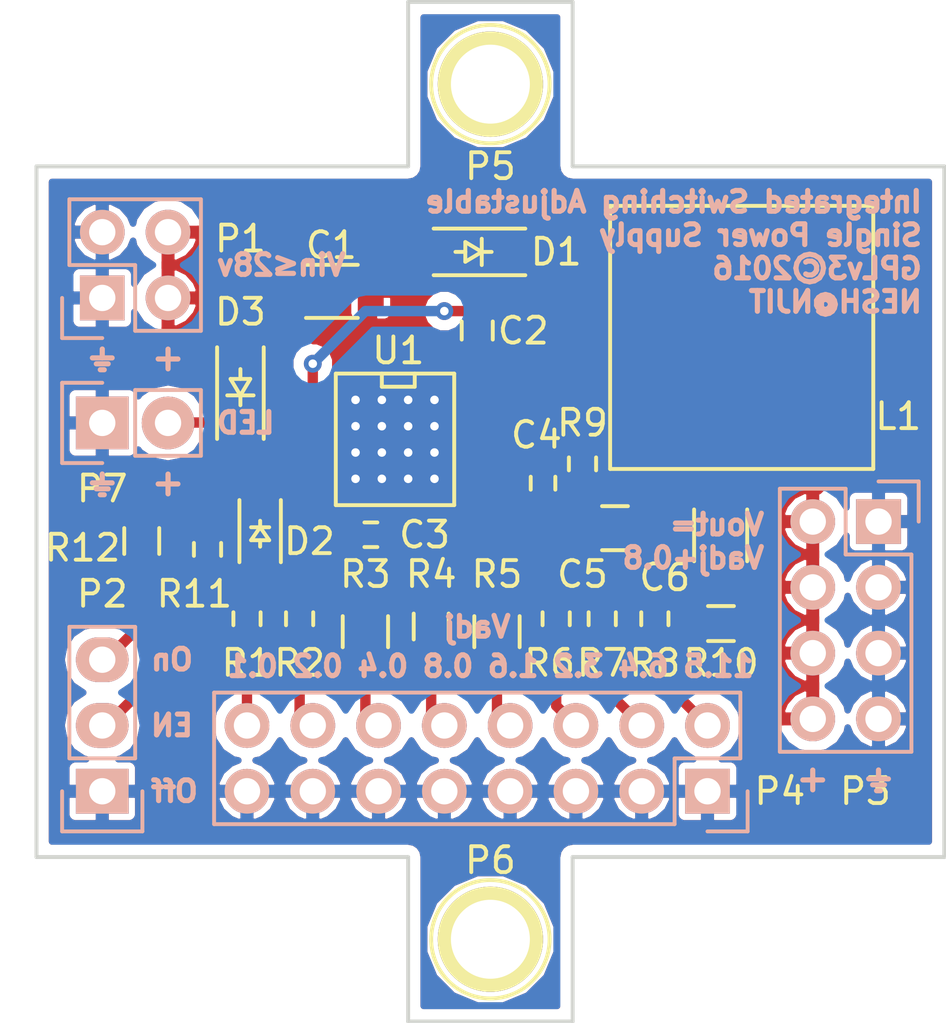
<source format=kicad_pcb>
(kicad_pcb (version 4) (host pcbnew 4.0.2-stable)

  (general
    (links 65)
    (no_connects 0)
    (area 67.589667 26.594999 108.178334 66.834)
    (thickness 1.6)
    (drawings 27)
    (tracks 103)
    (zones 0)
    (modules 30)
    (nets 23)
  )

  (page User 177.8 127)
  (layers
    (0 F.Cu signal)
    (31 B.Cu signal)
    (32 B.Adhes user)
    (33 F.Adhes user)
    (34 B.Paste user)
    (35 F.Paste user)
    (36 B.SilkS user)
    (37 F.SilkS user)
    (38 B.Mask user)
    (39 F.Mask user)
    (40 Dwgs.User user)
    (41 Cmts.User user)
    (42 Eco1.User user)
    (43 Eco2.User user)
    (44 Edge.Cuts user)
    (45 Margin user)
    (46 B.CrtYd user)
    (47 F.CrtYd user)
    (48 B.Fab user)
    (49 F.Fab user)
  )

  (setup
    (last_trace_width 0.4)
    (user_trace_width 0.4)
    (trace_clearance 0.4)
    (zone_clearance 0.4)
    (zone_45_only yes)
    (trace_min 0.2)
    (segment_width 0.2)
    (edge_width 0.15)
    (via_size 0.69)
    (via_drill 0.33)
    (via_min_size 0.69)
    (via_min_drill 0.33)
    (uvia_size 0.508)
    (uvia_drill 0.127)
    (uvias_allowed no)
    (uvia_min_size 0.2)
    (uvia_min_drill 0.1)
    (pcb_text_width 0.3)
    (pcb_text_size 1.5 1.5)
    (mod_edge_width 0.15)
    (mod_text_size 1 1)
    (mod_text_width 0.15)
    (pad_size 1.524 1.524)
    (pad_drill 0.762)
    (pad_to_mask_clearance 0.2)
    (aux_axis_origin 0 0)
    (grid_origin 70.358 59.69)
    (visible_elements 7FFEFFFF)
    (pcbplotparams
      (layerselection 0x010fc_80000001)
      (usegerberextensions true)
      (excludeedgelayer true)
      (linewidth 0.100000)
      (plotframeref false)
      (viasonmask false)
      (mode 1)
      (useauxorigin false)
      (hpglpennumber 1)
      (hpglpenspeed 20)
      (hpglpendiameter 15)
      (hpglpenoverlay 2)
      (psnegative false)
      (psa4output false)
      (plotreference true)
      (plotvalue false)
      (plotinvisibletext false)
      (padsonsilk false)
      (subtractmaskfromsilk false)
      (outputformat 1)
      (mirror false)
      (drillshape 0)
      (scaleselection 1)
      (outputdirectory gerber))
  )

  (net 0 "")
  (net 1 /Vin)
  (net 2 GND)
  (net 3 "Net-(C2-Pad1)")
  (net 4 "Net-(C2-Pad2)")
  (net 5 "Net-(C3-Pad1)")
  (net 6 "Net-(C4-Pad1)")
  (net 7 "Net-(C4-Pad2)")
  (net 8 /Vout)
  (net 9 "Net-(P4-Pad2)")
  (net 10 "Net-(P4-Pad4)")
  (net 11 "Net-(P4-Pad6)")
  (net 12 "Net-(P4-Pad8)")
  (net 13 "Net-(P4-Pad10)")
  (net 14 "Net-(P4-Pad12)")
  (net 15 "Net-(P4-Pad14)")
  (net 16 "Net-(P4-Pad16)")
  (net 17 "Net-(P5-Pad1)")
  (net 18 "Net-(P6-Pad1)")
  (net 19 "Net-(R1-Pad2)")
  (net 20 "Net-(D2-Pad1)")
  (net 21 "Net-(P2-Pad3)")
  (net 22 "Net-(D3-Pad1)")

  (net_class Default "This is the default net class."
    (clearance 0.4)
    (trace_width 0.4)
    (via_dia 0.69)
    (via_drill 0.33)
    (uvia_dia 0.508)
    (uvia_drill 0.127)
    (add_net /Vin)
    (add_net /Vout)
    (add_net GND)
    (add_net "Net-(C2-Pad1)")
    (add_net "Net-(C2-Pad2)")
    (add_net "Net-(C3-Pad1)")
    (add_net "Net-(C4-Pad1)")
    (add_net "Net-(C4-Pad2)")
    (add_net "Net-(D2-Pad1)")
    (add_net "Net-(D3-Pad1)")
    (add_net "Net-(P2-Pad3)")
    (add_net "Net-(P4-Pad10)")
    (add_net "Net-(P4-Pad12)")
    (add_net "Net-(P4-Pad14)")
    (add_net "Net-(P4-Pad16)")
    (add_net "Net-(P4-Pad2)")
    (add_net "Net-(P4-Pad4)")
    (add_net "Net-(P4-Pad6)")
    (add_net "Net-(P4-Pad8)")
    (add_net "Net-(P5-Pad1)")
    (add_net "Net-(P6-Pad1)")
    (add_net "Net-(R1-Pad2)")
  )

  (module Capacitors_SMD:C_0402 (layer F.Cu) (tedit 576C9786) (tstamp 576B5F05)
    (at 89.916 45.254 90)
    (descr "Capacitor SMD 0402, reflow soldering, AVX (see smccp.pdf)")
    (tags "capacitor 0402")
    (path /5766AADD)
    (attr smd)
    (fp_text reference C4 (at 1.863 -0.254 180) (layer F.SilkS)
      (effects (font (size 1 1) (thickness 0.15)))
    )
    (fp_text value CL05B681KB5NNNC (at 0 1.7 90) (layer F.Fab) hide
      (effects (font (size 1 1) (thickness 0.15)))
    )
    (fp_line (start -1.15 -0.6) (end 1.15 -0.6) (layer F.CrtYd) (width 0.05))
    (fp_line (start -1.15 0.6) (end 1.15 0.6) (layer F.CrtYd) (width 0.05))
    (fp_line (start -1.15 -0.6) (end -1.15 0.6) (layer F.CrtYd) (width 0.05))
    (fp_line (start 1.15 -0.6) (end 1.15 0.6) (layer F.CrtYd) (width 0.05))
    (fp_line (start 0.25 -0.475) (end -0.25 -0.475) (layer F.SilkS) (width 0.15))
    (fp_line (start -0.25 0.475) (end 0.25 0.475) (layer F.SilkS) (width 0.15))
    (pad 1 smd rect (at -0.55 0 90) (size 0.6 0.5) (layers F.Cu F.Paste F.Mask)
      (net 6 "Net-(C4-Pad1)"))
    (pad 2 smd rect (at 0.55 0 90) (size 0.6 0.5) (layers F.Cu F.Paste F.Mask)
      (net 7 "Net-(C4-Pad2)"))
    (model Capacitors_SMD.3dshapes/C_0402.wrl
      (at (xyz 0 0 0))
      (scale (xyz 1 1 1))
      (rotate (xyz 0 0 0))
    )
  )

  (module custom:SRP1038A (layer F.Cu) (tedit 576B5F1F) (tstamp 576B5F21)
    (at 97.5868 39.624)
    (path /5766A5DF)
    (fp_text reference L1 (at 6.0452 3.048 180) (layer F.SilkS)
      (effects (font (size 1 1) (thickness 0.15)))
    )
    (fp_text value SRP1038A-330M (at 0 6.35) (layer F.Fab) hide
      (effects (font (size 1 1) (thickness 0.15)))
    )
    (fp_line (start -5.08 5.08) (end -5.08 -5.08) (layer F.SilkS) (width 0.15))
    (fp_line (start 5.08 5.08) (end -5.08 5.08) (layer F.SilkS) (width 0.15))
    (fp_line (start 5.08 -5.08) (end 5.08 5.08) (layer F.SilkS) (width 0.15))
    (fp_line (start -5.08 -5.08) (end 5.08 -5.08) (layer F.SilkS) (width 0.15))
    (pad 1 smd rect (at -4.7498 0) (size 4.0894 3.5052) (layers F.Cu F.Paste F.Mask)
      (net 3 "Net-(C2-Pad1)"))
    (pad 2 smd rect (at 4.5212 0) (size 4.0894 3.5052) (layers F.Cu F.Paste F.Mask)
      (net 8 /Vout))
  )

  (module Resistors_SMD:R_0603 (layer F.Cu) (tedit 5415CC62) (tstamp 576C98AE)
    (at 96.786 50.673 180)
    (descr "Resistor SMD 0603, reflow soldering, Vishay (see dcrcw.pdf)")
    (tags "resistor 0603")
    (path /5766A645)
    (attr smd)
    (fp_text reference R10 (at 0 -1.524 180) (layer F.SilkS)
      (effects (font (size 1 1) (thickness 0.15)))
    )
    (fp_text value RC0603FR-074K02L (at 0 1.9 180) (layer F.Fab)
      (effects (font (size 1 1) (thickness 0.15)))
    )
    (fp_line (start -1.3 -0.8) (end 1.3 -0.8) (layer F.CrtYd) (width 0.05))
    (fp_line (start -1.3 0.8) (end 1.3 0.8) (layer F.CrtYd) (width 0.05))
    (fp_line (start -1.3 -0.8) (end -1.3 0.8) (layer F.CrtYd) (width 0.05))
    (fp_line (start 1.3 -0.8) (end 1.3 0.8) (layer F.CrtYd) (width 0.05))
    (fp_line (start 0.5 0.675) (end -0.5 0.675) (layer F.SilkS) (width 0.15))
    (fp_line (start -0.5 -0.675) (end 0.5 -0.675) (layer F.SilkS) (width 0.15))
    (pad 1 smd rect (at -0.75 0 180) (size 0.5 0.9) (layers F.Cu F.Paste F.Mask)
      (net 8 /Vout))
    (pad 2 smd rect (at 0.75 0 180) (size 0.5 0.9) (layers F.Cu F.Paste F.Mask)
      (net 19 "Net-(R1-Pad2)"))
    (model Resistors_SMD.3dshapes/R_0603.wrl
      (at (xyz 0 0 0))
      (scale (xyz 1 1 1))
      (rotate (xyz 0 0 0))
    )
  )

  (module Diodes_SMD:SOD-323 (layer F.Cu) (tedit 5530FC5E) (tstamp 579A52FC)
    (at 78.994 47.205 270)
    (descr SOD-323)
    (tags SOD-323)
    (path /579A55E3)
    (attr smd)
    (fp_text reference D2 (at 0.293 -1.905 360) (layer F.SilkS)
      (effects (font (size 1 1) (thickness 0.15)))
    )
    (fp_text value DZ2J047M0L (at 0.1 1.9 270) (layer F.Fab)
      (effects (font (size 1 1) (thickness 0.15)))
    )
    (fp_line (start 0.25 0) (end 0.5 0) (layer F.SilkS) (width 0.15))
    (fp_line (start -0.25 0) (end -0.5 0) (layer F.SilkS) (width 0.15))
    (fp_line (start -0.25 0) (end 0.25 -0.35) (layer F.SilkS) (width 0.15))
    (fp_line (start 0.25 -0.35) (end 0.25 0.35) (layer F.SilkS) (width 0.15))
    (fp_line (start 0.25 0.35) (end -0.25 0) (layer F.SilkS) (width 0.15))
    (fp_line (start -0.25 -0.35) (end -0.25 0.35) (layer F.SilkS) (width 0.15))
    (fp_line (start -1.5 -0.95) (end 1.5 -0.95) (layer F.CrtYd) (width 0.05))
    (fp_line (start 1.5 -0.95) (end 1.5 0.95) (layer F.CrtYd) (width 0.05))
    (fp_line (start -1.5 0.95) (end 1.5 0.95) (layer F.CrtYd) (width 0.05))
    (fp_line (start -1.5 -0.95) (end -1.5 0.95) (layer F.CrtYd) (width 0.05))
    (fp_line (start -1.3 0.8) (end 1.1 0.8) (layer F.SilkS) (width 0.15))
    (fp_line (start -1.3 -0.8) (end 1.1 -0.8) (layer F.SilkS) (width 0.15))
    (pad 1 smd rect (at -1.055 0 270) (size 0.59 0.45) (layers F.Cu F.Paste F.Mask)
      (net 20 "Net-(D2-Pad1)"))
    (pad 2 smd rect (at 1.055 0 270) (size 0.59 0.45) (layers F.Cu F.Paste F.Mask)
      (net 2 GND))
    (model Diodes_SMD.3dshapes/SOD-323.wrl
      (at (xyz 0 0 0))
      (scale (xyz 1 1 1))
      (rotate (xyz 0 0 180))
    )
  )

  (module Pin_Headers:Pin_Header_Straight_1x03 (layer B.Cu) (tedit 576B5F61) (tstamp 576B5F30)
    (at 72.898 57.15)
    (descr "Through hole pin header")
    (tags "pin header")
    (path /57672F6C)
    (fp_text reference P2 (at 0 -7.62) (layer F.SilkS)
      (effects (font (size 1 1) (thickness 0.15)))
    )
    (fp_text value CONN_01X03 (at 0 3.1) (layer B.Fab) hide
      (effects (font (size 1 1) (thickness 0.15)) (justify mirror))
    )
    (fp_line (start -1.75 1.75) (end -1.75 -6.85) (layer B.CrtYd) (width 0.05))
    (fp_line (start 1.75 1.75) (end 1.75 -6.85) (layer B.CrtYd) (width 0.05))
    (fp_line (start -1.75 1.75) (end 1.75 1.75) (layer B.CrtYd) (width 0.05))
    (fp_line (start -1.75 -6.85) (end 1.75 -6.85) (layer B.CrtYd) (width 0.05))
    (fp_line (start -1.27 -1.27) (end -1.27 -6.35) (layer B.SilkS) (width 0.15))
    (fp_line (start -1.27 -6.35) (end 1.27 -6.35) (layer B.SilkS) (width 0.15))
    (fp_line (start 1.27 -6.35) (end 1.27 -1.27) (layer B.SilkS) (width 0.15))
    (fp_line (start 1.55 1.55) (end 1.55 0) (layer B.SilkS) (width 0.15))
    (fp_line (start 1.27 -1.27) (end -1.27 -1.27) (layer B.SilkS) (width 0.15))
    (fp_line (start -1.55 0) (end -1.55 1.55) (layer B.SilkS) (width 0.15))
    (fp_line (start -1.55 1.55) (end 1.55 1.55) (layer B.SilkS) (width 0.15))
    (pad 1 thru_hole rect (at 0 0) (size 2.032 1.7272) (drill 1.016) (layers *.Cu *.Mask B.SilkS)
      (net 2 GND))
    (pad 2 thru_hole oval (at 0 -2.54) (size 2.032 1.7272) (drill 1.016) (layers *.Cu *.Mask B.SilkS)
      (net 20 "Net-(D2-Pad1)"))
    (pad 3 thru_hole oval (at 0 -5.08) (size 2.032 1.7272) (drill 1.016) (layers *.Cu *.Mask B.SilkS)
      (net 21 "Net-(P2-Pad3)"))
    (model Pin_Headers.3dshapes/Pin_Header_Straight_1x03.wrl
      (at (xyz 0 -0.1 0))
      (scale (xyz 1 1 1))
      (rotate (xyz 0 0 90))
    )
  )

  (module Resistors_SMD:R_0402 (layer F.Cu) (tedit 5415CBB8) (tstamp 576C984E)
    (at 80.518 50.488 90)
    (descr "Resistor SMD 0402, reflow soldering, Vishay (see dcrcw.pdf)")
    (tags "resistor 0402")
    (path /57671C6E)
    (attr smd)
    (fp_text reference R2 (at -1.709 0 180) (layer F.SilkS)
      (effects (font (size 1 1) (thickness 0.15)))
    )
    (fp_text value RC0402FR-0716K2L (at 0 1.8 90) (layer F.Fab)
      (effects (font (size 1 1) (thickness 0.15)))
    )
    (fp_line (start -0.95 -0.65) (end 0.95 -0.65) (layer F.CrtYd) (width 0.05))
    (fp_line (start -0.95 0.65) (end 0.95 0.65) (layer F.CrtYd) (width 0.05))
    (fp_line (start -0.95 -0.65) (end -0.95 0.65) (layer F.CrtYd) (width 0.05))
    (fp_line (start 0.95 -0.65) (end 0.95 0.65) (layer F.CrtYd) (width 0.05))
    (fp_line (start 0.25 -0.525) (end -0.25 -0.525) (layer F.SilkS) (width 0.15))
    (fp_line (start -0.25 0.525) (end 0.25 0.525) (layer F.SilkS) (width 0.15))
    (pad 1 smd rect (at -0.45 0 90) (size 0.4 0.6) (layers F.Cu F.Paste F.Mask)
      (net 15 "Net-(P4-Pad14)"))
    (pad 2 smd rect (at 0.45 0 90) (size 0.4 0.6) (layers F.Cu F.Paste F.Mask)
      (net 19 "Net-(R1-Pad2)"))
    (model Resistors_SMD.3dshapes/R_0402.wrl
      (at (xyz 0 0 0))
      (scale (xyz 1 1 1))
      (rotate (xyz 0 0 0))
    )
  )

  (module Pin_Headers:Pin_Header_Straight_2x08 (layer B.Cu) (tedit 576B5F4B) (tstamp 576B5F50)
    (at 96.266 57.15 90)
    (descr "Through hole pin header")
    (tags "pin header")
    (path /5766AE0F)
    (fp_text reference P4 (at 0 2.794 180) (layer F.SilkS)
      (effects (font (size 1 1) (thickness 0.15)))
    )
    (fp_text value CONN_02X08 (at 0 3.1 90) (layer B.Fab) hide
      (effects (font (size 1 1) (thickness 0.15)) (justify mirror))
    )
    (fp_line (start -1.75 1.75) (end -1.75 -19.55) (layer B.CrtYd) (width 0.05))
    (fp_line (start 4.3 1.75) (end 4.3 -19.55) (layer B.CrtYd) (width 0.05))
    (fp_line (start -1.75 1.75) (end 4.3 1.75) (layer B.CrtYd) (width 0.05))
    (fp_line (start -1.75 -19.55) (end 4.3 -19.55) (layer B.CrtYd) (width 0.05))
    (fp_line (start 3.81 -19.05) (end 3.81 1.27) (layer B.SilkS) (width 0.15))
    (fp_line (start -1.27 -1.27) (end -1.27 -19.05) (layer B.SilkS) (width 0.15))
    (fp_line (start 3.81 -19.05) (end -1.27 -19.05) (layer B.SilkS) (width 0.15))
    (fp_line (start 3.81 1.27) (end 1.27 1.27) (layer B.SilkS) (width 0.15))
    (fp_line (start 0 1.55) (end -1.55 1.55) (layer B.SilkS) (width 0.15))
    (fp_line (start 1.27 1.27) (end 1.27 -1.27) (layer B.SilkS) (width 0.15))
    (fp_line (start 1.27 -1.27) (end -1.27 -1.27) (layer B.SilkS) (width 0.15))
    (fp_line (start -1.55 1.55) (end -1.55 0) (layer B.SilkS) (width 0.15))
    (pad 1 thru_hole rect (at 0 0 90) (size 1.7272 1.7272) (drill 1.016) (layers *.Cu *.Mask B.SilkS)
      (net 2 GND))
    (pad 2 thru_hole oval (at 2.54 0 90) (size 1.7272 1.7272) (drill 1.016) (layers *.Cu *.Mask B.SilkS)
      (net 9 "Net-(P4-Pad2)"))
    (pad 3 thru_hole oval (at 0 -2.54 90) (size 1.7272 1.7272) (drill 1.016) (layers *.Cu *.Mask B.SilkS)
      (net 2 GND))
    (pad 4 thru_hole oval (at 2.54 -2.54 90) (size 1.7272 1.7272) (drill 1.016) (layers *.Cu *.Mask B.SilkS)
      (net 10 "Net-(P4-Pad4)"))
    (pad 5 thru_hole oval (at 0 -5.08 90) (size 1.7272 1.7272) (drill 1.016) (layers *.Cu *.Mask B.SilkS)
      (net 2 GND))
    (pad 6 thru_hole oval (at 2.54 -5.08 90) (size 1.7272 1.7272) (drill 1.016) (layers *.Cu *.Mask B.SilkS)
      (net 11 "Net-(P4-Pad6)"))
    (pad 7 thru_hole oval (at 0 -7.62 90) (size 1.7272 1.7272) (drill 1.016) (layers *.Cu *.Mask B.SilkS)
      (net 2 GND))
    (pad 8 thru_hole oval (at 2.54 -7.62 90) (size 1.7272 1.7272) (drill 1.016) (layers *.Cu *.Mask B.SilkS)
      (net 12 "Net-(P4-Pad8)"))
    (pad 9 thru_hole oval (at 0 -10.16 90) (size 1.7272 1.7272) (drill 1.016) (layers *.Cu *.Mask B.SilkS)
      (net 2 GND))
    (pad 10 thru_hole oval (at 2.54 -10.16 90) (size 1.7272 1.7272) (drill 1.016) (layers *.Cu *.Mask B.SilkS)
      (net 13 "Net-(P4-Pad10)"))
    (pad 11 thru_hole oval (at 0 -12.7 90) (size 1.7272 1.7272) (drill 1.016) (layers *.Cu *.Mask B.SilkS)
      (net 2 GND))
    (pad 12 thru_hole oval (at 2.54 -12.7 90) (size 1.7272 1.7272) (drill 1.016) (layers *.Cu *.Mask B.SilkS)
      (net 14 "Net-(P4-Pad12)"))
    (pad 13 thru_hole oval (at 0 -15.24 90) (size 1.7272 1.7272) (drill 1.016) (layers *.Cu *.Mask B.SilkS)
      (net 2 GND))
    (pad 14 thru_hole oval (at 2.54 -15.24 90) (size 1.7272 1.7272) (drill 1.016) (layers *.Cu *.Mask B.SilkS)
      (net 15 "Net-(P4-Pad14)"))
    (pad 15 thru_hole oval (at 0 -17.78 90) (size 1.7272 1.7272) (drill 1.016) (layers *.Cu *.Mask B.SilkS)
      (net 2 GND))
    (pad 16 thru_hole oval (at 2.54 -17.78 90) (size 1.7272 1.7272) (drill 1.016) (layers *.Cu *.Mask B.SilkS)
      (net 16 "Net-(P4-Pad16)"))
    (model Pin_Headers.3dshapes/Pin_Header_Straight_2x08.wrl
      (at (xyz 0.05 -0.35 0))
      (scale (xyz 1 1 1))
      (rotate (xyz 0 0 90))
    )
  )

  (module SMD_Packages:SOIC-8-N (layer F.Cu) (tedit 576B5F65) (tstamp 576B5FA8)
    (at 84.201 43.561 270)
    (descr "Module Narrow CMS SOJ 8 pins large")
    (tags "CMS SOJ")
    (path /57662838)
    (attr smd)
    (fp_text reference U1 (at -3.429 -0.127 360) (layer F.SilkS)
      (effects (font (size 1 1) (thickness 0.15)))
    )
    (fp_text value TPS54232DR (at 0 1.27 270) (layer F.Fab) hide
      (effects (font (size 1 1) (thickness 0.15)))
    )
    (fp_line (start -2.54 -2.286) (end 2.54 -2.286) (layer F.SilkS) (width 0.15))
    (fp_line (start 2.54 -2.286) (end 2.54 2.286) (layer F.SilkS) (width 0.15))
    (fp_line (start 2.54 2.286) (end -2.54 2.286) (layer F.SilkS) (width 0.15))
    (fp_line (start -2.54 2.286) (end -2.54 -2.286) (layer F.SilkS) (width 0.15))
    (fp_line (start -2.54 -0.762) (end -2.032 -0.762) (layer F.SilkS) (width 0.15))
    (fp_line (start -2.032 -0.762) (end -2.032 0.508) (layer F.SilkS) (width 0.15))
    (fp_line (start -2.032 0.508) (end -2.54 0.508) (layer F.SilkS) (width 0.15))
    (pad 8 smd rect (at -1.905 -3.175 270) (size 0.508 1.143) (layers F.Cu F.Paste F.Mask)
      (net 3 "Net-(C2-Pad1)"))
    (pad 7 smd rect (at -0.635 -3.175 270) (size 0.508 1.143) (layers F.Cu F.Paste F.Mask)
      (net 2 GND))
    (pad 6 smd rect (at 0.635 -3.175 270) (size 0.508 1.143) (layers F.Cu F.Paste F.Mask)
      (net 6 "Net-(C4-Pad1)"))
    (pad 5 smd rect (at 1.905 -3.175 270) (size 0.508 1.143) (layers F.Cu F.Paste F.Mask)
      (net 19 "Net-(R1-Pad2)"))
    (pad 4 smd rect (at 1.905 3.175 270) (size 0.508 1.143) (layers F.Cu F.Paste F.Mask)
      (net 5 "Net-(C3-Pad1)"))
    (pad 3 smd rect (at 0.635 3.175 270) (size 0.508 1.143) (layers F.Cu F.Paste F.Mask)
      (net 20 "Net-(D2-Pad1)"))
    (pad 2 smd rect (at -0.635 3.175 270) (size 0.508 1.143) (layers F.Cu F.Paste F.Mask)
      (net 1 /Vin))
    (pad 1 smd rect (at -1.905 3.175 270) (size 0.508 1.143) (layers F.Cu F.Paste F.Mask)
      (net 4 "Net-(C2-Pad2)"))
    (model SMD_Packages.3dshapes/SOIC-8-N.wrl
      (at (xyz 0 0 0))
      (scale (xyz 0.5 0.38 0.5))
      (rotate (xyz 0 0 0))
    )
  )

  (module Pin_Headers:Pin_Header_Straight_2x02 (layer B.Cu) (tedit 576B5F3B) (tstamp 576B5F29)
    (at 72.898 38.1)
    (descr "Through hole pin header")
    (tags "pin header")
    (path /5767375D)
    (fp_text reference P1 (at 5.334 -2.286) (layer F.SilkS)
      (effects (font (size 1 1) (thickness 0.15)))
    )
    (fp_text value CONN_02X02 (at 0 3.1) (layer B.Fab) hide
      (effects (font (size 1 1) (thickness 0.15)) (justify mirror))
    )
    (fp_line (start -1.75 1.75) (end -1.75 -4.3) (layer B.CrtYd) (width 0.05))
    (fp_line (start 4.3 1.75) (end 4.3 -4.3) (layer B.CrtYd) (width 0.05))
    (fp_line (start -1.75 1.75) (end 4.3 1.75) (layer B.CrtYd) (width 0.05))
    (fp_line (start -1.75 -4.3) (end 4.3 -4.3) (layer B.CrtYd) (width 0.05))
    (fp_line (start -1.55 0) (end -1.55 1.55) (layer B.SilkS) (width 0.15))
    (fp_line (start 0 1.55) (end -1.55 1.55) (layer B.SilkS) (width 0.15))
    (fp_line (start -1.27 -1.27) (end 1.27 -1.27) (layer B.SilkS) (width 0.15))
    (fp_line (start 1.27 -1.27) (end 1.27 1.27) (layer B.SilkS) (width 0.15))
    (fp_line (start 1.27 1.27) (end 3.81 1.27) (layer B.SilkS) (width 0.15))
    (fp_line (start 3.81 1.27) (end 3.81 -3.81) (layer B.SilkS) (width 0.15))
    (fp_line (start 3.81 -3.81) (end -1.27 -3.81) (layer B.SilkS) (width 0.15))
    (fp_line (start -1.27 -3.81) (end -1.27 -1.27) (layer B.SilkS) (width 0.15))
    (pad 1 thru_hole rect (at 0 0) (size 1.7272 1.7272) (drill 1.016) (layers *.Cu *.Mask B.SilkS)
      (net 2 GND))
    (pad 2 thru_hole oval (at 2.54 0) (size 1.7272 1.7272) (drill 1.016) (layers *.Cu *.Mask B.SilkS)
      (net 1 /Vin))
    (pad 3 thru_hole oval (at 0 -2.54) (size 1.7272 1.7272) (drill 1.016) (layers *.Cu *.Mask B.SilkS)
      (net 2 GND))
    (pad 4 thru_hole oval (at 2.54 -2.54) (size 1.7272 1.7272) (drill 1.016) (layers *.Cu *.Mask B.SilkS)
      (net 1 /Vin))
    (model Pin_Headers.3dshapes/Pin_Header_Straight_2x02.wrl
      (at (xyz 0.05 -0.05 0))
      (scale (xyz 1 1 1))
      (rotate (xyz 0 0 90))
    )
  )

  (module Capacitors_SMD:C_1206 (layer F.Cu) (tedit 576B5F43) (tstamp 576B5EF3)
    (at 81.764 37.846)
    (descr "Capacitor SMD 1206, reflow soldering, AVX (see smccp.pdf)")
    (tags "capacitor 1206")
    (path /576735E0)
    (attr smd)
    (fp_text reference C1 (at -0.024 -1.778) (layer F.SilkS)
      (effects (font (size 1 1) (thickness 0.15)))
    )
    (fp_text value GRM319R6YA106KA12D (at 0 2.3) (layer F.Fab) hide
      (effects (font (size 1 1) (thickness 0.15)))
    )
    (fp_line (start -2.3 -1.15) (end 2.3 -1.15) (layer F.CrtYd) (width 0.05))
    (fp_line (start -2.3 1.15) (end 2.3 1.15) (layer F.CrtYd) (width 0.05))
    (fp_line (start -2.3 -1.15) (end -2.3 1.15) (layer F.CrtYd) (width 0.05))
    (fp_line (start 2.3 -1.15) (end 2.3 1.15) (layer F.CrtYd) (width 0.05))
    (fp_line (start 1 -1.025) (end -1 -1.025) (layer F.SilkS) (width 0.15))
    (fp_line (start -1 1.025) (end 1 1.025) (layer F.SilkS) (width 0.15))
    (pad 1 smd rect (at -1.5 0) (size 1 1.6) (layers F.Cu F.Paste F.Mask)
      (net 1 /Vin))
    (pad 2 smd rect (at 1.5 0) (size 1 1.6) (layers F.Cu F.Paste F.Mask)
      (net 2 GND))
    (model Capacitors_SMD.3dshapes/C_1206.wrl
      (at (xyz 0 0 0))
      (scale (xyz 1 1 1))
      (rotate (xyz 0 0 0))
    )
  )

  (module Capacitors_SMD:C_0603 (layer F.Cu) (tedit 576B5F37) (tstamp 576B5EF9)
    (at 87.376 39.358 90)
    (descr "Capacitor SMD 0603, reflow soldering, AVX (see smccp.pdf)")
    (tags "capacitor 0603")
    (path /5766F9C8)
    (attr smd)
    (fp_text reference C2 (at -0.012 1.778 180) (layer F.SilkS)
      (effects (font (size 1 1) (thickness 0.15)))
    )
    (fp_text value GRM188R71E104KA01D (at 0 1.9 90) (layer F.Fab) hide
      (effects (font (size 1 1) (thickness 0.15)))
    )
    (fp_line (start -1.45 -0.75) (end 1.45 -0.75) (layer F.CrtYd) (width 0.05))
    (fp_line (start -1.45 0.75) (end 1.45 0.75) (layer F.CrtYd) (width 0.05))
    (fp_line (start -1.45 -0.75) (end -1.45 0.75) (layer F.CrtYd) (width 0.05))
    (fp_line (start 1.45 -0.75) (end 1.45 0.75) (layer F.CrtYd) (width 0.05))
    (fp_line (start -0.35 -0.6) (end 0.35 -0.6) (layer F.SilkS) (width 0.15))
    (fp_line (start 0.35 0.6) (end -0.35 0.6) (layer F.SilkS) (width 0.15))
    (pad 1 smd rect (at -0.75 0 90) (size 0.8 0.75) (layers F.Cu F.Paste F.Mask)
      (net 3 "Net-(C2-Pad1)"))
    (pad 2 smd rect (at 0.75 0 90) (size 0.8 0.75) (layers F.Cu F.Paste F.Mask)
      (net 4 "Net-(C2-Pad2)"))
    (model Capacitors_SMD.3dshapes/C_0603.wrl
      (at (xyz 0 0 0))
      (scale (xyz 1 1 1))
      (rotate (xyz 0 0 0))
    )
  )

  (module Capacitors_SMD:C_0402 (layer F.Cu) (tedit 576B5F3D) (tstamp 576B5EFF)
    (at 83.27 47.244)
    (descr "Capacitor SMD 0402, reflow soldering, AVX (see smccp.pdf)")
    (tags "capacitor 0402")
    (path /57672989)
    (attr smd)
    (fp_text reference C3 (at 2.074 0 180) (layer F.SilkS)
      (effects (font (size 1 1) (thickness 0.15)))
    )
    (fp_text value GRM155R71H153KA12J (at 0 1.7) (layer F.Fab) hide
      (effects (font (size 1 1) (thickness 0.15)))
    )
    (fp_line (start -1.15 -0.6) (end 1.15 -0.6) (layer F.CrtYd) (width 0.05))
    (fp_line (start -1.15 0.6) (end 1.15 0.6) (layer F.CrtYd) (width 0.05))
    (fp_line (start -1.15 -0.6) (end -1.15 0.6) (layer F.CrtYd) (width 0.05))
    (fp_line (start 1.15 -0.6) (end 1.15 0.6) (layer F.CrtYd) (width 0.05))
    (fp_line (start 0.25 -0.475) (end -0.25 -0.475) (layer F.SilkS) (width 0.15))
    (fp_line (start -0.25 0.475) (end 0.25 0.475) (layer F.SilkS) (width 0.15))
    (pad 1 smd rect (at -0.55 0) (size 0.6 0.5) (layers F.Cu F.Paste F.Mask)
      (net 5 "Net-(C3-Pad1)"))
    (pad 2 smd rect (at 0.55 0) (size 0.6 0.5) (layers F.Cu F.Paste F.Mask)
      (net 2 GND))
    (model Capacitors_SMD.3dshapes/C_0402.wrl
      (at (xyz 0 0 0))
      (scale (xyz 1 1 1))
      (rotate (xyz 0 0 0))
    )
  )

  (module Capacitors_SMD:C_0805 (layer F.Cu) (tedit 576C9782) (tstamp 576B5F0B)
    (at 92.694 46.99)
    (descr "Capacitor SMD 0805, reflow soldering, AVX (see smccp.pdf)")
    (tags "capacitor 0805")
    (path /5766AB10)
    (attr smd)
    (fp_text reference C5 (at -1.254 1.778 180) (layer F.SilkS)
      (effects (font (size 1 1) (thickness 0.15)))
    )
    (fp_text value C0805C470KCRACTU (at 0 2.1) (layer F.Fab) hide
      (effects (font (size 1 1) (thickness 0.15)))
    )
    (fp_line (start -1.8 -1) (end 1.8 -1) (layer F.CrtYd) (width 0.05))
    (fp_line (start -1.8 1) (end 1.8 1) (layer F.CrtYd) (width 0.05))
    (fp_line (start -1.8 -1) (end -1.8 1) (layer F.CrtYd) (width 0.05))
    (fp_line (start 1.8 -1) (end 1.8 1) (layer F.CrtYd) (width 0.05))
    (fp_line (start 0.5 -0.85) (end -0.5 -0.85) (layer F.SilkS) (width 0.15))
    (fp_line (start -0.5 0.85) (end 0.5 0.85) (layer F.SilkS) (width 0.15))
    (pad 1 smd rect (at -1 0) (size 1 1.25) (layers F.Cu F.Paste F.Mask)
      (net 6 "Net-(C4-Pad1)"))
    (pad 2 smd rect (at 1 0) (size 1 1.25) (layers F.Cu F.Paste F.Mask)
      (net 2 GND))
    (model Capacitors_SMD.3dshapes/C_0805.wrl
      (at (xyz 0 0 0))
      (scale (xyz 1 1 1))
      (rotate (xyz 0 0 0))
    )
  )

  (module Capacitors_SMD:C_1206 (layer F.Cu) (tedit 576C9798) (tstamp 576B5F11)
    (at 96.774 47.268 90)
    (descr "Capacitor SMD 1206, reflow soldering, AVX (see smccp.pdf)")
    (tags "capacitor 1206")
    (path /5766A61E)
    (attr smd)
    (fp_text reference C6 (at -1.627 -2.159 180) (layer F.SilkS)
      (effects (font (size 1 1) (thickness 0.15)))
    )
    (fp_text value GRM31CR61E226KE15L (at 0 2.3 90) (layer F.Fab) hide
      (effects (font (size 1 1) (thickness 0.15)))
    )
    (fp_line (start -2.3 -1.15) (end 2.3 -1.15) (layer F.CrtYd) (width 0.05))
    (fp_line (start -2.3 1.15) (end 2.3 1.15) (layer F.CrtYd) (width 0.05))
    (fp_line (start -2.3 -1.15) (end -2.3 1.15) (layer F.CrtYd) (width 0.05))
    (fp_line (start 2.3 -1.15) (end 2.3 1.15) (layer F.CrtYd) (width 0.05))
    (fp_line (start 1 -1.025) (end -1 -1.025) (layer F.SilkS) (width 0.15))
    (fp_line (start -1 1.025) (end 1 1.025) (layer F.SilkS) (width 0.15))
    (pad 1 smd rect (at -1.5 0 90) (size 1 1.6) (layers F.Cu F.Paste F.Mask)
      (net 8 /Vout))
    (pad 2 smd rect (at 1.5 0 90) (size 1 1.6) (layers F.Cu F.Paste F.Mask)
      (net 2 GND))
    (model Capacitors_SMD.3dshapes/C_1206.wrl
      (at (xyz 0 0 0))
      (scale (xyz 1 1 1))
      (rotate (xyz 0 0 0))
    )
  )

  (module Diodes_SMD:SOD-123 (layer F.Cu) (tedit 576B5F41) (tstamp 576B5F17)
    (at 87.233 36.322 180)
    (descr SOD-123)
    (tags SOD-123)
    (path /5766A55D)
    (attr smd)
    (fp_text reference D1 (at -3.191 0 180) (layer F.SilkS)
      (effects (font (size 1 1) (thickness 0.15)))
    )
    (fp_text value DB2W40200L (at 0 2.1 180) (layer F.Fab) hide
      (effects (font (size 1 1) (thickness 0.15)))
    )
    (fp_line (start 0.3175 0) (end 0.6985 0) (layer F.SilkS) (width 0.15))
    (fp_line (start -0.6985 0) (end -0.3175 0) (layer F.SilkS) (width 0.15))
    (fp_line (start -0.3175 0) (end 0.3175 -0.381) (layer F.SilkS) (width 0.15))
    (fp_line (start 0.3175 -0.381) (end 0.3175 0.381) (layer F.SilkS) (width 0.15))
    (fp_line (start 0.3175 0.381) (end -0.3175 0) (layer F.SilkS) (width 0.15))
    (fp_line (start -0.3175 -0.508) (end -0.3175 0.508) (layer F.SilkS) (width 0.15))
    (fp_line (start -2.25 -1.05) (end 2.25 -1.05) (layer F.CrtYd) (width 0.05))
    (fp_line (start 2.25 -1.05) (end 2.25 1.05) (layer F.CrtYd) (width 0.05))
    (fp_line (start 2.25 1.05) (end -2.25 1.05) (layer F.CrtYd) (width 0.05))
    (fp_line (start -2.25 -1.05) (end -2.25 1.05) (layer F.CrtYd) (width 0.05))
    (fp_line (start -2 0.9) (end 1.54 0.9) (layer F.SilkS) (width 0.15))
    (fp_line (start -2 -0.9) (end 1.54 -0.9) (layer F.SilkS) (width 0.15))
    (pad 1 smd rect (at -1.635 0 180) (size 0.91 1.22) (layers F.Cu F.Paste F.Mask)
      (net 3 "Net-(C2-Pad1)"))
    (pad 2 smd rect (at 1.635 0 180) (size 0.91 1.22) (layers F.Cu F.Paste F.Mask)
      (net 2 GND))
  )

  (module Pin_Headers:Pin_Header_Straight_2x04 (layer B.Cu) (tedit 576B5F63) (tstamp 576B5F3C)
    (at 102.87 46.736 180)
    (descr "Through hole pin header")
    (tags "pin header")
    (path /5766DFB7)
    (fp_text reference P3 (at 0.508 -10.414 180) (layer F.SilkS)
      (effects (font (size 1 1) (thickness 0.15)))
    )
    (fp_text value CONN_02X04 (at 0 3.1 180) (layer B.Fab) hide
      (effects (font (size 1 1) (thickness 0.15)) (justify mirror))
    )
    (fp_line (start -1.75 1.75) (end -1.75 -9.4) (layer B.CrtYd) (width 0.05))
    (fp_line (start 4.3 1.75) (end 4.3 -9.4) (layer B.CrtYd) (width 0.05))
    (fp_line (start -1.75 1.75) (end 4.3 1.75) (layer B.CrtYd) (width 0.05))
    (fp_line (start -1.75 -9.4) (end 4.3 -9.4) (layer B.CrtYd) (width 0.05))
    (fp_line (start -1.27 -1.27) (end -1.27 -8.89) (layer B.SilkS) (width 0.15))
    (fp_line (start -1.27 -8.89) (end 3.81 -8.89) (layer B.SilkS) (width 0.15))
    (fp_line (start 3.81 -8.89) (end 3.81 1.27) (layer B.SilkS) (width 0.15))
    (fp_line (start 3.81 1.27) (end 1.27 1.27) (layer B.SilkS) (width 0.15))
    (fp_line (start 0 1.55) (end -1.55 1.55) (layer B.SilkS) (width 0.15))
    (fp_line (start 1.27 1.27) (end 1.27 -1.27) (layer B.SilkS) (width 0.15))
    (fp_line (start 1.27 -1.27) (end -1.27 -1.27) (layer B.SilkS) (width 0.15))
    (fp_line (start -1.55 1.55) (end -1.55 0) (layer B.SilkS) (width 0.15))
    (pad 1 thru_hole rect (at 0 0 180) (size 1.7272 1.7272) (drill 1.016) (layers *.Cu *.Mask B.SilkS)
      (net 2 GND))
    (pad 2 thru_hole oval (at 2.54 0 180) (size 1.7272 1.7272) (drill 1.016) (layers *.Cu *.Mask B.SilkS)
      (net 8 /Vout))
    (pad 3 thru_hole oval (at 0 -2.54 180) (size 1.7272 1.7272) (drill 1.016) (layers *.Cu *.Mask B.SilkS)
      (net 2 GND))
    (pad 4 thru_hole oval (at 2.54 -2.54 180) (size 1.7272 1.7272) (drill 1.016) (layers *.Cu *.Mask B.SilkS)
      (net 8 /Vout))
    (pad 5 thru_hole oval (at 0 -5.08 180) (size 1.7272 1.7272) (drill 1.016) (layers *.Cu *.Mask B.SilkS)
      (net 2 GND))
    (pad 6 thru_hole oval (at 2.54 -5.08 180) (size 1.7272 1.7272) (drill 1.016) (layers *.Cu *.Mask B.SilkS)
      (net 8 /Vout))
    (pad 7 thru_hole oval (at 0 -7.62 180) (size 1.7272 1.7272) (drill 1.016) (layers *.Cu *.Mask B.SilkS)
      (net 2 GND))
    (pad 8 thru_hole oval (at 2.54 -7.62 180) (size 1.7272 1.7272) (drill 1.016) (layers *.Cu *.Mask B.SilkS)
      (net 8 /Vout))
    (model Pin_Headers.3dshapes/Pin_Header_Straight_2x04.wrl
      (at (xyz 0.05 -0.15 0))
      (scale (xyz 1 1 1))
      (rotate (xyz 0 0 90))
    )
  )

  (module Connect:1pin (layer F.Cu) (tedit 576B5F6B) (tstamp 576B5F55)
    (at 87.884 29.845)
    (descr "module 1 pin (ou trou mecanique de percage)")
    (tags DEV)
    (path /5767B033)
    (fp_text reference P5 (at 0 3.175) (layer F.SilkS)
      (effects (font (size 1 1) (thickness 0.15)))
    )
    (fp_text value CONN_01X01 (at 0 2.794) (layer F.Fab) hide
      (effects (font (size 1 1) (thickness 0.15)))
    )
    (fp_circle (center 0 0) (end 0 -2.286) (layer F.SilkS) (width 0.15))
    (pad 1 thru_hole circle (at 0 0) (size 4.064 4.064) (drill 3.048) (layers *.Cu *.Mask F.SilkS)
      (net 17 "Net-(P5-Pad1)"))
  )

  (module Connect:1pin (layer F.Cu) (tedit 576B5F69) (tstamp 576B5F5A)
    (at 87.884 62.865)
    (descr "module 1 pin (ou trou mecanique de percage)")
    (tags DEV)
    (path /5767B09A)
    (fp_text reference P6 (at 0 -3.048) (layer F.SilkS)
      (effects (font (size 1 1) (thickness 0.15)))
    )
    (fp_text value CONN_01X01 (at 0 2.794) (layer F.Fab) hide
      (effects (font (size 1 1) (thickness 0.15)))
    )
    (fp_circle (center 0 0) (end 0 -2.286) (layer F.SilkS) (width 0.15))
    (pad 1 thru_hole circle (at 0 0) (size 4.064 4.064) (drill 3.048) (layers *.Cu *.Mask F.SilkS)
      (net 18 "Net-(P6-Pad1)"))
  )

  (module Resistors_SMD:R_0402 (layer F.Cu) (tedit 5415CBB8) (tstamp 576C9842)
    (at 78.486 50.488 90)
    (descr "Resistor SMD 0402, reflow soldering, Vishay (see dcrcw.pdf)")
    (tags "resistor 0402")
    (path /57671CD2)
    (attr smd)
    (fp_text reference R1 (at -1.709 0 180) (layer F.SilkS)
      (effects (font (size 1 1) (thickness 0.15)))
    )
    (fp_text value RC0402FR-0731K6L (at 0 1.8 90) (layer F.Fab)
      (effects (font (size 1 1) (thickness 0.15)))
    )
    (fp_line (start -0.95 -0.65) (end 0.95 -0.65) (layer F.CrtYd) (width 0.05))
    (fp_line (start -0.95 0.65) (end 0.95 0.65) (layer F.CrtYd) (width 0.05))
    (fp_line (start -0.95 -0.65) (end -0.95 0.65) (layer F.CrtYd) (width 0.05))
    (fp_line (start 0.95 -0.65) (end 0.95 0.65) (layer F.CrtYd) (width 0.05))
    (fp_line (start 0.25 -0.525) (end -0.25 -0.525) (layer F.SilkS) (width 0.15))
    (fp_line (start -0.25 0.525) (end 0.25 0.525) (layer F.SilkS) (width 0.15))
    (pad 1 smd rect (at -0.45 0 90) (size 0.4 0.6) (layers F.Cu F.Paste F.Mask)
      (net 16 "Net-(P4-Pad16)"))
    (pad 2 smd rect (at 0.45 0 90) (size 0.4 0.6) (layers F.Cu F.Paste F.Mask)
      (net 19 "Net-(R1-Pad2)"))
    (model Resistors_SMD.3dshapes/R_0402.wrl
      (at (xyz 0 0 0))
      (scale (xyz 1 1 1))
      (rotate (xyz 0 0 0))
    )
  )

  (module Resistors_SMD:R_0805 (layer F.Cu) (tedit 5415CDEB) (tstamp 576C985A)
    (at 83.058 50.988 90)
    (descr "Resistor SMD 0805, reflow soldering, Vishay (see dcrcw.pdf)")
    (tags "resistor 0805")
    (path /576718DF)
    (attr smd)
    (fp_text reference R3 (at 2.22 0 180) (layer F.SilkS)
      (effects (font (size 1 1) (thickness 0.15)))
    )
    (fp_text value RC0805FR-078K06L (at 0 2.1 90) (layer F.Fab)
      (effects (font (size 1 1) (thickness 0.15)))
    )
    (fp_line (start -1.6 -1) (end 1.6 -1) (layer F.CrtYd) (width 0.05))
    (fp_line (start -1.6 1) (end 1.6 1) (layer F.CrtYd) (width 0.05))
    (fp_line (start -1.6 -1) (end -1.6 1) (layer F.CrtYd) (width 0.05))
    (fp_line (start 1.6 -1) (end 1.6 1) (layer F.CrtYd) (width 0.05))
    (fp_line (start 0.6 0.875) (end -0.6 0.875) (layer F.SilkS) (width 0.15))
    (fp_line (start -0.6 -0.875) (end 0.6 -0.875) (layer F.SilkS) (width 0.15))
    (pad 1 smd rect (at -0.95 0 90) (size 0.7 1.3) (layers F.Cu F.Paste F.Mask)
      (net 14 "Net-(P4-Pad12)"))
    (pad 2 smd rect (at 0.95 0 90) (size 0.7 1.3) (layers F.Cu F.Paste F.Mask)
      (net 19 "Net-(R1-Pad2)"))
    (model Resistors_SMD.3dshapes/R_0805.wrl
      (at (xyz 0 0 0))
      (scale (xyz 1 1 1))
      (rotate (xyz 0 0 0))
    )
  )

  (module Resistors_SMD:R_0603 (layer F.Cu) (tedit 5415CC62) (tstamp 576C9866)
    (at 85.598 50.788 90)
    (descr "Resistor SMD 0603, reflow soldering, Vishay (see dcrcw.pdf)")
    (tags "resistor 0603")
    (path /57671E68)
    (attr smd)
    (fp_text reference R4 (at 2.02 0 180) (layer F.SilkS)
      (effects (font (size 1 1) (thickness 0.15)))
    )
    (fp_text value RC0603FR-074K02L (at 0 1.9 90) (layer F.Fab)
      (effects (font (size 1 1) (thickness 0.15)))
    )
    (fp_line (start -1.3 -0.8) (end 1.3 -0.8) (layer F.CrtYd) (width 0.05))
    (fp_line (start -1.3 0.8) (end 1.3 0.8) (layer F.CrtYd) (width 0.05))
    (fp_line (start -1.3 -0.8) (end -1.3 0.8) (layer F.CrtYd) (width 0.05))
    (fp_line (start 1.3 -0.8) (end 1.3 0.8) (layer F.CrtYd) (width 0.05))
    (fp_line (start 0.5 0.675) (end -0.5 0.675) (layer F.SilkS) (width 0.15))
    (fp_line (start -0.5 -0.675) (end 0.5 -0.675) (layer F.SilkS) (width 0.15))
    (pad 1 smd rect (at -0.75 0 90) (size 0.5 0.9) (layers F.Cu F.Paste F.Mask)
      (net 13 "Net-(P4-Pad10)"))
    (pad 2 smd rect (at 0.75 0 90) (size 0.5 0.9) (layers F.Cu F.Paste F.Mask)
      (net 19 "Net-(R1-Pad2)"))
    (model Resistors_SMD.3dshapes/R_0603.wrl
      (at (xyz 0 0 0))
      (scale (xyz 1 1 1))
      (rotate (xyz 0 0 0))
    )
  )

  (module Resistors_SMD:R_0805 (layer F.Cu) (tedit 5415CDEB) (tstamp 576C9872)
    (at 88.138 50.988 90)
    (descr "Resistor SMD 0805, reflow soldering, Vishay (see dcrcw.pdf)")
    (tags "resistor 0805")
    (path /57671EC9)
    (attr smd)
    (fp_text reference R5 (at 2.22 0 180) (layer F.SilkS)
      (effects (font (size 1 1) (thickness 0.15)))
    )
    (fp_text value RC0805FR-072KL (at 0 2.1 90) (layer F.Fab)
      (effects (font (size 1 1) (thickness 0.15)))
    )
    (fp_line (start -1.6 -1) (end 1.6 -1) (layer F.CrtYd) (width 0.05))
    (fp_line (start -1.6 1) (end 1.6 1) (layer F.CrtYd) (width 0.05))
    (fp_line (start -1.6 -1) (end -1.6 1) (layer F.CrtYd) (width 0.05))
    (fp_line (start 1.6 -1) (end 1.6 1) (layer F.CrtYd) (width 0.05))
    (fp_line (start 0.6 0.875) (end -0.6 0.875) (layer F.SilkS) (width 0.15))
    (fp_line (start -0.6 -0.875) (end 0.6 -0.875) (layer F.SilkS) (width 0.15))
    (pad 1 smd rect (at -0.95 0 90) (size 0.7 1.3) (layers F.Cu F.Paste F.Mask)
      (net 12 "Net-(P4-Pad8)"))
    (pad 2 smd rect (at 0.95 0 90) (size 0.7 1.3) (layers F.Cu F.Paste F.Mask)
      (net 19 "Net-(R1-Pad2)"))
    (model Resistors_SMD.3dshapes/R_0805.wrl
      (at (xyz 0 0 0))
      (scale (xyz 1 1 1))
      (rotate (xyz 0 0 0))
    )
  )

  (module Resistors_SMD:R_0402 (layer F.Cu) (tedit 5415CBB8) (tstamp 576C987E)
    (at 90.424 50.488 90)
    (descr "Resistor SMD 0402, reflow soldering, Vishay (see dcrcw.pdf)")
    (tags "resistor 0402")
    (path /57671EF9)
    (attr smd)
    (fp_text reference R6 (at -1.709 -0.254 180) (layer F.SilkS)
      (effects (font (size 1 1) (thickness 0.15)))
    )
    (fp_text value RC0402JR-071KL (at 0 1.8 90) (layer F.Fab)
      (effects (font (size 1 1) (thickness 0.15)))
    )
    (fp_line (start -0.95 -0.65) (end 0.95 -0.65) (layer F.CrtYd) (width 0.05))
    (fp_line (start -0.95 0.65) (end 0.95 0.65) (layer F.CrtYd) (width 0.05))
    (fp_line (start -0.95 -0.65) (end -0.95 0.65) (layer F.CrtYd) (width 0.05))
    (fp_line (start 0.95 -0.65) (end 0.95 0.65) (layer F.CrtYd) (width 0.05))
    (fp_line (start 0.25 -0.525) (end -0.25 -0.525) (layer F.SilkS) (width 0.15))
    (fp_line (start -0.25 0.525) (end 0.25 0.525) (layer F.SilkS) (width 0.15))
    (pad 1 smd rect (at -0.45 0 90) (size 0.4 0.6) (layers F.Cu F.Paste F.Mask)
      (net 11 "Net-(P4-Pad6)"))
    (pad 2 smd rect (at 0.45 0 90) (size 0.4 0.6) (layers F.Cu F.Paste F.Mask)
      (net 19 "Net-(R1-Pad2)"))
    (model Resistors_SMD.3dshapes/R_0402.wrl
      (at (xyz 0 0 0))
      (scale (xyz 1 1 1))
      (rotate (xyz 0 0 0))
    )
  )

  (module Resistors_SMD:R_0402 (layer F.Cu) (tedit 5415CBB8) (tstamp 576C988A)
    (at 92.202 50.488 90)
    (descr "Resistor SMD 0402, reflow soldering, Vishay (see dcrcw.pdf)")
    (tags "resistor 0402")
    (path /57671F31)
    (attr smd)
    (fp_text reference R7 (at -1.709 0 180) (layer F.SilkS)
      (effects (font (size 1 1) (thickness 0.15)))
    )
    (fp_text value ERJ-2RKF4990X (at 0 1.8 90) (layer F.Fab)
      (effects (font (size 1 1) (thickness 0.15)))
    )
    (fp_line (start -0.95 -0.65) (end 0.95 -0.65) (layer F.CrtYd) (width 0.05))
    (fp_line (start -0.95 0.65) (end 0.95 0.65) (layer F.CrtYd) (width 0.05))
    (fp_line (start -0.95 -0.65) (end -0.95 0.65) (layer F.CrtYd) (width 0.05))
    (fp_line (start 0.95 -0.65) (end 0.95 0.65) (layer F.CrtYd) (width 0.05))
    (fp_line (start 0.25 -0.525) (end -0.25 -0.525) (layer F.SilkS) (width 0.15))
    (fp_line (start -0.25 0.525) (end 0.25 0.525) (layer F.SilkS) (width 0.15))
    (pad 1 smd rect (at -0.45 0 90) (size 0.4 0.6) (layers F.Cu F.Paste F.Mask)
      (net 10 "Net-(P4-Pad4)"))
    (pad 2 smd rect (at 0.45 0 90) (size 0.4 0.6) (layers F.Cu F.Paste F.Mask)
      (net 19 "Net-(R1-Pad2)"))
    (model Resistors_SMD.3dshapes/R_0402.wrl
      (at (xyz 0 0 0))
      (scale (xyz 1 1 1))
      (rotate (xyz 0 0 0))
    )
  )

  (module Resistors_SMD:R_0402 (layer F.Cu) (tedit 5415CBB8) (tstamp 576C9896)
    (at 94.234 50.488 90)
    (descr "Resistor SMD 0402, reflow soldering, Vishay (see dcrcw.pdf)")
    (tags "resistor 0402")
    (path /57671F69)
    (attr smd)
    (fp_text reference R8 (at -1.709 0 180) (layer F.SilkS)
      (effects (font (size 1 1) (thickness 0.15)))
    )
    (fp_text value RC0402FR-07280RL (at 0 1.8 90) (layer F.Fab)
      (effects (font (size 1 1) (thickness 0.15)))
    )
    (fp_line (start -0.95 -0.65) (end 0.95 -0.65) (layer F.CrtYd) (width 0.05))
    (fp_line (start -0.95 0.65) (end 0.95 0.65) (layer F.CrtYd) (width 0.05))
    (fp_line (start -0.95 -0.65) (end -0.95 0.65) (layer F.CrtYd) (width 0.05))
    (fp_line (start 0.95 -0.65) (end 0.95 0.65) (layer F.CrtYd) (width 0.05))
    (fp_line (start 0.25 -0.525) (end -0.25 -0.525) (layer F.SilkS) (width 0.15))
    (fp_line (start -0.25 0.525) (end 0.25 0.525) (layer F.SilkS) (width 0.15))
    (pad 1 smd rect (at -0.45 0 90) (size 0.4 0.6) (layers F.Cu F.Paste F.Mask)
      (net 9 "Net-(P4-Pad2)"))
    (pad 2 smd rect (at 0.45 0 90) (size 0.4 0.6) (layers F.Cu F.Paste F.Mask)
      (net 19 "Net-(R1-Pad2)"))
    (model Resistors_SMD.3dshapes/R_0402.wrl
      (at (xyz 0 0 0))
      (scale (xyz 1 1 1))
      (rotate (xyz 0 0 0))
    )
  )

  (module Resistors_SMD:R_0402 (layer F.Cu) (tedit 5415CBB8) (tstamp 576C98A2)
    (at 91.44 44.508 270)
    (descr "Resistor SMD 0402, reflow soldering, Vishay (see dcrcw.pdf)")
    (tags "resistor 0402")
    (path /5766AB48)
    (attr smd)
    (fp_text reference R9 (at -1.582 0 360) (layer F.SilkS)
      (effects (font (size 1 1) (thickness 0.15)))
    )
    (fp_text value RC0402FR-0717K4L (at 0 1.8 270) (layer F.Fab)
      (effects (font (size 1 1) (thickness 0.15)))
    )
    (fp_line (start -0.95 -0.65) (end 0.95 -0.65) (layer F.CrtYd) (width 0.05))
    (fp_line (start -0.95 0.65) (end 0.95 0.65) (layer F.CrtYd) (width 0.05))
    (fp_line (start -0.95 -0.65) (end -0.95 0.65) (layer F.CrtYd) (width 0.05))
    (fp_line (start 0.95 -0.65) (end 0.95 0.65) (layer F.CrtYd) (width 0.05))
    (fp_line (start 0.25 -0.525) (end -0.25 -0.525) (layer F.SilkS) (width 0.15))
    (fp_line (start -0.25 0.525) (end 0.25 0.525) (layer F.SilkS) (width 0.15))
    (pad 1 smd rect (at -0.45 0 270) (size 0.4 0.6) (layers F.Cu F.Paste F.Mask)
      (net 2 GND))
    (pad 2 smd rect (at 0.45 0 270) (size 0.4 0.6) (layers F.Cu F.Paste F.Mask)
      (net 7 "Net-(C4-Pad2)"))
    (model Resistors_SMD.3dshapes/R_0402.wrl
      (at (xyz 0 0 0))
      (scale (xyz 1 1 1))
      (rotate (xyz 0 0 0))
    )
  )

  (module Resistors_SMD:R_0402 (layer F.Cu) (tedit 5415CBB8) (tstamp 576C98BA)
    (at 76.962 47.81 270)
    (descr "Resistor SMD 0402, reflow soldering, Vishay (see dcrcw.pdf)")
    (tags "resistor 0402")
    (path /57677201)
    (attr smd)
    (fp_text reference R11 (at 1.72 0.508 360) (layer F.SilkS)
      (effects (font (size 1 1) (thickness 0.15)))
    )
    (fp_text value RC0402JR-0710KL (at 0 1.8 270) (layer F.Fab)
      (effects (font (size 1 1) (thickness 0.15)))
    )
    (fp_line (start -0.95 -0.65) (end 0.95 -0.65) (layer F.CrtYd) (width 0.05))
    (fp_line (start -0.95 0.65) (end 0.95 0.65) (layer F.CrtYd) (width 0.05))
    (fp_line (start -0.95 -0.65) (end -0.95 0.65) (layer F.CrtYd) (width 0.05))
    (fp_line (start 0.95 -0.65) (end 0.95 0.65) (layer F.CrtYd) (width 0.05))
    (fp_line (start 0.25 -0.525) (end -0.25 -0.525) (layer F.SilkS) (width 0.15))
    (fp_line (start -0.25 0.525) (end 0.25 0.525) (layer F.SilkS) (width 0.15))
    (pad 1 smd rect (at -0.45 0 270) (size 0.4 0.6) (layers F.Cu F.Paste F.Mask)
      (net 20 "Net-(D2-Pad1)"))
    (pad 2 smd rect (at 0.45 0 270) (size 0.4 0.6) (layers F.Cu F.Paste F.Mask)
      (net 2 GND))
    (model Resistors_SMD.3dshapes/R_0402.wrl
      (at (xyz 0 0 0))
      (scale (xyz 1 1 1))
      (rotate (xyz 0 0 0))
    )
  )

  (module Resistors_SMD:R_0603 (layer F.Cu) (tedit 5415CC62) (tstamp 579A5308)
    (at 74.422 47.486 270)
    (descr "Resistor SMD 0603, reflow soldering, Vishay (see dcrcw.pdf)")
    (tags "resistor 0603")
    (path /579A5D25)
    (attr smd)
    (fp_text reference R12 (at 0.266 2.286 360) (layer F.SilkS)
      (effects (font (size 1 1) (thickness 0.15)))
    )
    (fp_text value RC0603FR-0717K8L (at 0 1.9 270) (layer F.Fab)
      (effects (font (size 1 1) (thickness 0.15)))
    )
    (fp_line (start -1.3 -0.8) (end 1.3 -0.8) (layer F.CrtYd) (width 0.05))
    (fp_line (start -1.3 0.8) (end 1.3 0.8) (layer F.CrtYd) (width 0.05))
    (fp_line (start -1.3 -0.8) (end -1.3 0.8) (layer F.CrtYd) (width 0.05))
    (fp_line (start 1.3 -0.8) (end 1.3 0.8) (layer F.CrtYd) (width 0.05))
    (fp_line (start 0.5 0.675) (end -0.5 0.675) (layer F.SilkS) (width 0.15))
    (fp_line (start -0.5 -0.675) (end 0.5 -0.675) (layer F.SilkS) (width 0.15))
    (pad 1 smd rect (at -0.75 0 270) (size 0.5 0.9) (layers F.Cu F.Paste F.Mask)
      (net 1 /Vin))
    (pad 2 smd rect (at 0.75 0 270) (size 0.5 0.9) (layers F.Cu F.Paste F.Mask)
      (net 21 "Net-(P2-Pad3)"))
    (model Resistors_SMD.3dshapes/R_0603.wrl
      (at (xyz 0 0 0))
      (scale (xyz 1 1 1))
      (rotate (xyz 0 0 0))
    )
  )

  (module Diodes_SMD:SOD-123 (layer F.Cu) (tedit 5530FCB9) (tstamp 579B6BEE)
    (at 78.232 41.545 90)
    (descr SOD-123)
    (tags SOD-123)
    (path /579B72D2)
    (attr smd)
    (fp_text reference D3 (at 2.905 0 180) (layer F.SilkS)
      (effects (font (size 1 1) (thickness 0.15)))
    )
    (fp_text value NSI45015WT1G (at 0 2.1 90) (layer F.Fab)
      (effects (font (size 1 1) (thickness 0.15)))
    )
    (fp_line (start 0.3175 0) (end 0.6985 0) (layer F.SilkS) (width 0.15))
    (fp_line (start -0.6985 0) (end -0.3175 0) (layer F.SilkS) (width 0.15))
    (fp_line (start -0.3175 0) (end 0.3175 -0.381) (layer F.SilkS) (width 0.15))
    (fp_line (start 0.3175 -0.381) (end 0.3175 0.381) (layer F.SilkS) (width 0.15))
    (fp_line (start 0.3175 0.381) (end -0.3175 0) (layer F.SilkS) (width 0.15))
    (fp_line (start -0.3175 -0.508) (end -0.3175 0.508) (layer F.SilkS) (width 0.15))
    (fp_line (start -2.25 -1.05) (end 2.25 -1.05) (layer F.CrtYd) (width 0.05))
    (fp_line (start 2.25 -1.05) (end 2.25 1.05) (layer F.CrtYd) (width 0.05))
    (fp_line (start 2.25 1.05) (end -2.25 1.05) (layer F.CrtYd) (width 0.05))
    (fp_line (start -2.25 -1.05) (end -2.25 1.05) (layer F.CrtYd) (width 0.05))
    (fp_line (start -2 0.9) (end 1.54 0.9) (layer F.SilkS) (width 0.15))
    (fp_line (start -2 -0.9) (end 1.54 -0.9) (layer F.SilkS) (width 0.15))
    (pad 1 smd rect (at -1.635 0 90) (size 0.91 1.22) (layers F.Cu F.Paste F.Mask)
      (net 22 "Net-(D3-Pad1)"))
    (pad 2 smd rect (at 1.635 0 90) (size 0.91 1.22) (layers F.Cu F.Paste F.Mask)
      (net 1 /Vin))
  )

  (module Pin_Headers:Pin_Header_Straight_1x02 (layer B.Cu) (tedit 54EA090C) (tstamp 579B6BF4)
    (at 72.898 42.926 270)
    (descr "Through hole pin header")
    (tags "pin header")
    (path /579B73FB)
    (fp_text reference P7 (at 2.54 0 540) (layer F.SilkS)
      (effects (font (size 1 1) (thickness 0.15)))
    )
    (fp_text value CONN_01X02 (at 0 3.1 270) (layer B.Fab)
      (effects (font (size 1 1) (thickness 0.15)) (justify mirror))
    )
    (fp_line (start 1.27 -1.27) (end 1.27 -3.81) (layer B.SilkS) (width 0.15))
    (fp_line (start 1.55 1.55) (end 1.55 0) (layer B.SilkS) (width 0.15))
    (fp_line (start -1.75 1.75) (end -1.75 -4.3) (layer B.CrtYd) (width 0.05))
    (fp_line (start 1.75 1.75) (end 1.75 -4.3) (layer B.CrtYd) (width 0.05))
    (fp_line (start -1.75 1.75) (end 1.75 1.75) (layer B.CrtYd) (width 0.05))
    (fp_line (start -1.75 -4.3) (end 1.75 -4.3) (layer B.CrtYd) (width 0.05))
    (fp_line (start 1.27 -1.27) (end -1.27 -1.27) (layer B.SilkS) (width 0.15))
    (fp_line (start -1.55 0) (end -1.55 1.55) (layer B.SilkS) (width 0.15))
    (fp_line (start -1.55 1.55) (end 1.55 1.55) (layer B.SilkS) (width 0.15))
    (fp_line (start -1.27 -1.27) (end -1.27 -3.81) (layer B.SilkS) (width 0.15))
    (fp_line (start -1.27 -3.81) (end 1.27 -3.81) (layer B.SilkS) (width 0.15))
    (pad 1 thru_hole rect (at 0 0 270) (size 2.032 2.032) (drill 1.016) (layers *.Cu *.Mask B.SilkS)
      (net 2 GND))
    (pad 2 thru_hole oval (at 0 -2.54 270) (size 2.032 2.032) (drill 1.016) (layers *.Cu *.Mask B.SilkS)
      (net 22 "Net-(D3-Pad1)"))
    (model Pin_Headers.3dshapes/Pin_Header_Straight_1x02.wrl
      (at (xyz 0 -0.05 0))
      (scale (xyz 1 1 1))
      (rotate (xyz 0 0 90))
    )
  )

  (gr_text LED (at 77.216 42.926) (layer B.SilkS) (tstamp 579B7FD4)
    (effects (font (size 0.8 0.8) (thickness 0.2)) (justify right mirror))
  )
  (gr_text ⏚ (at 72.898 45.339) (layer B.SilkS) (tstamp 579B7FD1)
    (effects (font (size 0.8 0.8) (thickness 0.2)) (justify mirror))
  )
  (gr_text + (at 75.438 45.212) (layer B.SilkS) (tstamp 579B7FD0)
    (effects (font (size 1 1) (thickness 0.2)) (justify mirror))
  )
  (gr_text "Integrated Switching Adjustable\nSingle Power Supply\nGPLv3©2016\nNESH@NJIT" (at 104.648 36.322) (layer B.SilkS) (tstamp 576CAB33)
    (effects (font (size 0.8 0.8) (thickness 0.2)) (justify left mirror))
  )
  (gr_text Vadj (at 87.376 50.8) (layer B.SilkS) (tstamp 576CAB24)
    (effects (font (size 0.8 0.8) (thickness 0.2)) (justify mirror))
  )
  (gr_text "11.5 6.4 3.2 1.6 0.8 0.4 0.2 0.1" (at 87.884 52.324) (layer B.SilkS) (tstamp 576CAB15)
    (effects (font (size 0.8 0.8) (thickness 0.2)) (justify mirror))
  )
  (gr_text "Vout=\nVadj+0.8" (at 98.552 47.498) (layer B.SilkS) (tstamp 576CAB10)
    (effects (font (size 0.8 0.8) (thickness 0.2)) (justify left mirror))
  )
  (gr_text + (at 100.33 56.642) (layer B.SilkS) (tstamp 576CAB09)
    (effects (font (size 1 1) (thickness 0.2)) (justify mirror))
  )
  (gr_text ⏚ (at 102.87 56.769) (layer B.SilkS) (tstamp 576CAB06)
    (effects (font (size 0.8 0.8) (thickness 0.2)) (justify mirror))
  )
  (gr_text + (at 75.438 40.386) (layer B.SilkS) (tstamp 576CAAF9)
    (effects (font (size 1 1) (thickness 0.2)) (justify mirror))
  )
  (gr_text ⏚ (at 72.898 40.513) (layer B.SilkS) (tstamp 576CAAF0)
    (effects (font (size 0.8 0.8) (thickness 0.2)) (justify mirror))
  )
  (gr_text Vin≤28v (at 77.216 36.83) (layer B.SilkS) (tstamp 576CAAEA)
    (effects (font (size 0.8 0.8) (thickness 0.2)) (justify right mirror))
  )
  (gr_text EN (at 74.676 54.61) (layer B.SilkS) (tstamp 576C8874)
    (effects (font (size 0.8 0.8) (thickness 0.2)) (justify right mirror))
  )
  (gr_text Off (at 74.676 57.15) (layer B.SilkS) (tstamp 576C880F)
    (effects (font (size 0.8 0.8) (thickness 0.2)) (justify right mirror))
  )
  (gr_text On (at 74.676 52.07) (layer B.SilkS)
    (effects (font (size 0.8 0.8) (thickness 0.2)) (justify right mirror))
  )
  (gr_line (start 105.41 33.02) (end 105.41 59.69) (layer Edge.Cuts) (width 0.15))
  (gr_line (start 70.358 33.02) (end 70.358 59.69) (layer Edge.Cuts) (width 0.15))
  (gr_line (start 91.059 59.69) (end 105.41 59.69) (layer Edge.Cuts) (width 0.15))
  (gr_line (start 91.059 66.04) (end 91.059 59.69) (layer Edge.Cuts) (width 0.15))
  (gr_line (start 84.709 59.69) (end 70.358 59.69) (layer Edge.Cuts) (width 0.15))
  (gr_line (start 84.709 66.04) (end 84.709 59.69) (layer Edge.Cuts) (width 0.15))
  (gr_line (start 91.059 66.04) (end 84.709 66.04) (layer Edge.Cuts) (width 0.15))
  (gr_line (start 91.059 33.02) (end 105.41 33.02) (layer Edge.Cuts) (width 0.15))
  (gr_line (start 84.709 33.02) (end 70.358 33.02) (layer Edge.Cuts) (width 0.15))
  (gr_line (start 84.709 26.67) (end 84.709 33.02) (layer Edge.Cuts) (width 0.15))
  (gr_line (start 91.059 26.67) (end 91.059 33.02) (layer Edge.Cuts) (width 0.15))
  (gr_line (start 84.709 26.67) (end 91.059 26.67) (layer Edge.Cuts) (width 0.15))

  (segment (start 81.026 42.926) (end 80.518 42.926) (width 0.4) (layer F.Cu) (net 1))
  (segment (start 80.518 42.926) (end 77.358 46.086) (width 0.4) (layer F.Cu) (net 1))
  (segment (start 77.358 46.086) (end 75.272 46.086) (width 0.4) (layer F.Cu) (net 1))
  (segment (start 75.272 46.086) (end 74.622 46.736) (width 0.4) (layer F.Cu) (net 1))
  (segment (start 74.622 46.736) (end 74.422 46.736) (width 0.4) (layer F.Cu) (net 1))
  (segment (start 83.693 45.085) (end 82.677 45.085) (width 0.2) (layer F.Cu) (net 2))
  (via (at 82.677 45.085) (size 0.69) (drill 0.33) (layers F.Cu B.Cu) (net 2))
  (segment (start 84.709 45.085) (end 83.693 45.085) (width 0.2) (layer F.Cu) (net 2))
  (via (at 83.693 45.085) (size 0.69) (drill 0.33) (layers F.Cu B.Cu) (net 2))
  (segment (start 85.725 45.085) (end 84.709 45.085) (width 0.2) (layer F.Cu) (net 2))
  (via (at 84.709 45.085) (size 0.69) (drill 0.33) (layers F.Cu B.Cu) (net 2))
  (segment (start 85.725 44.069) (end 85.725 45.085) (width 0.2) (layer F.Cu) (net 2))
  (via (at 85.725 45.085) (size 0.69) (drill 0.33) (layers F.Cu B.Cu) (net 2))
  (segment (start 83.693 44.069) (end 82.677 44.069) (width 0.2) (layer F.Cu) (net 2))
  (via (at 82.677 44.069) (size 0.69) (drill 0.33) (layers F.Cu B.Cu) (net 2))
  (segment (start 84.709 44.069) (end 83.693 44.069) (width 0.2) (layer F.Cu) (net 2))
  (via (at 83.693 44.069) (size 0.69) (drill 0.33) (layers F.Cu B.Cu) (net 2))
  (segment (start 85.725 44.069) (end 84.709 44.069) (width 0.2) (layer F.Cu) (net 2))
  (via (at 84.709 44.069) (size 0.69) (drill 0.33) (layers F.Cu B.Cu) (net 2))
  (segment (start 85.725 43.053) (end 85.725 44.069) (width 0.2) (layer F.Cu) (net 2))
  (via (at 85.725 44.069) (size 0.69) (drill 0.33) (layers F.Cu B.Cu) (net 2))
  (segment (start 83.693 42.037) (end 82.677 42.037) (width 0.2) (layer F.Cu) (net 2))
  (via (at 82.677 42.037) (size 0.69) (drill 0.33) (layers F.Cu B.Cu) (net 2))
  (segment (start 84.709 42.037) (end 83.693 42.037) (width 0.2) (layer F.Cu) (net 2))
  (via (at 83.693 42.037) (size 0.69) (drill 0.33) (layers F.Cu B.Cu) (net 2))
  (segment (start 85.725 42.037) (end 84.709 42.037) (width 0.2) (layer F.Cu) (net 2))
  (via (at 84.709 42.037) (size 0.69) (drill 0.33) (layers F.Cu B.Cu) (net 2))
  (segment (start 85.725 43.053) (end 85.725 42.037) (width 0.2) (layer F.Cu) (net 2))
  (via (at 85.725 42.037) (size 0.69) (drill 0.33) (layers F.Cu B.Cu) (net 2))
  (segment (start 83.693 43.053) (end 82.677 43.053) (width 0.2) (layer F.Cu) (net 2))
  (via (at 82.677 43.053) (size 0.69) (drill 0.33) (layers F.Cu B.Cu) (net 2))
  (segment (start 84.709 43.053) (end 83.693 43.053) (width 0.2) (layer F.Cu) (net 2))
  (via (at 83.693 43.053) (size 0.69) (drill 0.33) (layers F.Cu B.Cu) (net 2))
  (segment (start 85.725 43.053) (end 84.709 43.053) (width 0.2) (layer F.Cu) (net 2))
  (via (at 84.709 43.053) (size 0.69) (drill 0.33) (layers F.Cu B.Cu) (net 2))
  (segment (start 86.868 42.926) (end 86.741 43.053) (width 0.2) (layer F.Cu) (net 2))
  (segment (start 86.741 43.053) (end 85.725 43.053) (width 0.2) (layer F.Cu) (net 2))
  (via (at 85.725 43.053) (size 0.69) (drill 0.33) (layers F.Cu B.Cu) (net 2))
  (segment (start 87.376 42.926) (end 86.868 42.926) (width 0.2) (layer F.Cu) (net 2))
  (segment (start 87.249 43.053) (end 87.376 42.926) (width 0.2) (layer F.Cu) (net 2))
  (segment (start 81.026 40.64) (end 81.026 41.656) (width 0.4) (layer F.Cu) (net 4))
  (segment (start 86.106 38.608) (end 83.058 38.608) (width 0.4) (layer B.Cu) (net 4))
  (segment (start 83.058 38.608) (end 81.026 40.64) (width 0.4) (layer B.Cu) (net 4))
  (via (at 81.026 40.64) (size 0.69) (drill 0.33) (layers F.Cu B.Cu) (net 4))
  (segment (start 87.376 38.608) (end 86.106 38.608) (width 0.4) (layer F.Cu) (net 4))
  (via (at 86.106 38.608) (size 0.69) (drill 0.33) (layers F.Cu B.Cu) (net 4))
  (segment (start 82.72 47.244) (end 82.72 47.16) (width 0.4) (layer F.Cu) (net 5))
  (segment (start 82.72 47.16) (end 81.026 45.466) (width 0.4) (layer F.Cu) (net 5))
  (segment (start 87.376 44.196) (end 87.884 44.196) (width 0.4) (layer F.Cu) (net 6))
  (segment (start 87.884 44.196) (end 89.492 45.804) (width 0.4) (layer F.Cu) (net 6))
  (segment (start 89.492 45.804) (end 89.916 45.804) (width 0.4) (layer F.Cu) (net 6))
  (segment (start 91.694 46.99) (end 91.102 46.99) (width 0.4) (layer F.Cu) (net 6))
  (segment (start 91.102 46.99) (end 89.916 45.804) (width 0.4) (layer F.Cu) (net 6))
  (segment (start 87.505 44.196) (end 87.376 44.196) (width 0.2) (layer F.Cu) (net 6))
  (segment (start 87.376 44.196) (end 87.6935 44.196) (width 0.25) (layer F.Cu) (net 6))
  (segment (start 89.916 44.704) (end 90.566 44.704) (width 0.4) (layer F.Cu) (net 7))
  (segment (start 90.566 44.704) (end 90.82 44.958) (width 0.4) (layer F.Cu) (net 7))
  (segment (start 90.82 44.958) (end 91.44 44.958) (width 0.4) (layer F.Cu) (net 7))
  (segment (start 94.234 50.938) (end 94.234 52.578) (width 0.4) (layer F.Cu) (net 9))
  (segment (start 94.234 52.578) (end 96.266 54.61) (width 0.4) (layer F.Cu) (net 9))
  (segment (start 92.202 50.938) (end 92.202 53.086) (width 0.4) (layer F.Cu) (net 10))
  (segment (start 92.202 53.086) (end 93.726 54.61) (width 0.4) (layer F.Cu) (net 10))
  (segment (start 90.424 50.938) (end 90.424 53.848) (width 0.4) (layer F.Cu) (net 11))
  (segment (start 90.424 53.848) (end 91.186 54.61) (width 0.4) (layer F.Cu) (net 11))
  (segment (start 88.138 51.938) (end 88.138 54.102) (width 0.4) (layer F.Cu) (net 12))
  (segment (start 88.138 54.102) (end 88.646 54.61) (width 0.4) (layer F.Cu) (net 12))
  (segment (start 85.598 51.538) (end 85.598 54.102) (width 0.4) (layer F.Cu) (net 13))
  (segment (start 85.598 54.102) (end 86.106 54.61) (width 0.4) (layer F.Cu) (net 13))
  (segment (start 83.058 51.938) (end 83.058 54.102) (width 0.4) (layer F.Cu) (net 14))
  (segment (start 83.058 54.102) (end 83.566 54.61) (width 0.4) (layer F.Cu) (net 14))
  (segment (start 80.518 50.938) (end 80.518 54.102) (width 0.4) (layer F.Cu) (net 15))
  (segment (start 80.518 54.102) (end 81.026 54.61) (width 0.4) (layer F.Cu) (net 15))
  (segment (start 78.486 50.938) (end 78.486 54.61) (width 0.4) (layer F.Cu) (net 16))
  (segment (start 88.138 50.038) (end 88.138 46.228) (width 0.4) (layer F.Cu) (net 19))
  (segment (start 88.138 46.228) (end 87.376 45.466) (width 0.4) (layer F.Cu) (net 19))
  (segment (start 94.234 50.038) (end 95.401 50.038) (width 0.4) (layer F.Cu) (net 19))
  (segment (start 95.401 50.038) (end 96.036 50.673) (width 0.4) (layer F.Cu) (net 19))
  (segment (start 92.202 50.038) (end 94.234 50.038) (width 0.4) (layer F.Cu) (net 19))
  (segment (start 90.424 50.038) (end 92.202 50.038) (width 0.4) (layer F.Cu) (net 19))
  (segment (start 88.138 50.038) (end 90.424 50.038) (width 0.4) (layer F.Cu) (net 19))
  (segment (start 85.598 50.038) (end 88.138 50.038) (width 0.4) (layer F.Cu) (net 19))
  (segment (start 83.058 50.038) (end 85.598 50.038) (width 0.4) (layer F.Cu) (net 19))
  (segment (start 80.518 50.038) (end 83.058 50.038) (width 0.4) (layer F.Cu) (net 19))
  (segment (start 78.486 50.038) (end 80.518 50.038) (width 0.4) (layer F.Cu) (net 19))
  (segment (start 87.6935 45.466) (end 87.376 45.466) (width 0.2) (layer F.Cu) (net 19))
  (segment (start 96.036 50.292) (end 96.012 50.292) (width 0.2) (layer F.Cu) (net 19))
  (segment (start 76.962 47.36) (end 76.262 47.36) (width 0.4) (layer F.Cu) (net 20))
  (segment (start 76.262 47.36) (end 75.472001 48.149999) (width 0.4) (layer F.Cu) (net 20))
  (segment (start 75.472001 48.149999) (end 75.472001 52.188399) (width 0.4) (layer F.Cu) (net 20))
  (segment (start 75.472001 52.188399) (end 73.0504 54.61) (width 0.4) (layer F.Cu) (net 20))
  (segment (start 73.0504 54.61) (end 72.898 54.61) (width 0.4) (layer F.Cu) (net 20))
  (segment (start 78.994 46.15) (end 77.784 47.36) (width 0.4) (layer F.Cu) (net 20))
  (segment (start 77.784 47.36) (end 76.962 47.36) (width 0.4) (layer F.Cu) (net 20))
  (segment (start 78.994 45.593) (end 78.994 46.15) (width 0.4) (layer F.Cu) (net 20))
  (segment (start 79.756 44.831) (end 78.994 45.593) (width 0.4) (layer F.Cu) (net 20))
  (segment (start 79.756 44.830498) (end 79.756 44.831) (width 0.4) (layer F.Cu) (net 20))
  (segment (start 81.026 44.196) (end 80.390498 44.196) (width 0.4) (layer F.Cu) (net 20))
  (segment (start 80.390498 44.196) (end 79.756 44.830498) (width 0.4) (layer F.Cu) (net 20))
  (segment (start 74.422 48.236) (end 74.422 50.6984) (width 0.4) (layer F.Cu) (net 21))
  (segment (start 74.422 50.6984) (end 73.0504 52.07) (width 0.4) (layer F.Cu) (net 21))
  (segment (start 73.0504 52.07) (end 72.898 52.07) (width 0.4) (layer F.Cu) (net 21))
  (segment (start 78.232 42.91) (end 75.454 42.91) (width 0.4) (layer F.Cu) (net 22))
  (segment (start 75.454 42.91) (end 75.438 42.926) (width 0.4) (layer F.Cu) (net 22))

  (zone (net 3) (net_name "Net-(C2-Pad1)") (layer F.Cu) (tstamp 0) (hatch edge 0.508)
    (priority 1)
    (connect_pads (clearance 0.4))
    (min_thickness 0.25)
    (fill yes (arc_segments 16) (thermal_gap 0.25) (thermal_bridge_width 0.5))
    (polygon
      (pts
        (xy 87.122 41.91) (xy 87.122 39.878) (xy 87.884 39.878) (xy 88.646 39.116) (xy 88.646 36.068)
        (xy 91.694 36.068) (xy 93.218 37.592) (xy 93.218 41.656) (xy 92.71 42.164) (xy 88.392 42.164)
        (xy 88.138 41.91)
      )
    )
    (filled_polygon
      (pts
        (xy 88.993 36.197) (xy 89.60425 36.197) (xy 89.60825 36.193) (xy 91.642224 36.193) (xy 93.000687 37.551463)
        (xy 92.962 37.59015) (xy 92.962 39.499) (xy 92.982 39.499) (xy 92.982 39.749) (xy 92.962 39.749)
        (xy 92.962 41.65785) (xy 93.000687 41.696537) (xy 92.658224 42.039) (xy 88.443776 42.039) (xy 88.3225 41.917724)
        (xy 88.3225 41.87475) (xy 88.22875 41.781) (xy 87.501 41.781) (xy 87.501 41.785) (xy 87.251 41.785)
        (xy 87.251 41.781) (xy 87.247 41.781) (xy 87.247 41.531) (xy 87.251 41.531) (xy 87.251 41.12075)
        (xy 87.501 41.12075) (xy 87.501 41.531) (xy 88.22875 41.531) (xy 88.3225 41.43725) (xy 88.3225 41.327408)
        (xy 88.26541 41.18958) (xy 88.159921 41.08409) (xy 88.022092 41.027) (xy 87.59475 41.027) (xy 87.501 41.12075)
        (xy 87.251 41.12075) (xy 87.247 41.11675) (xy 87.247 40.79325) (xy 87.251 40.78925) (xy 87.251 40.233)
        (xy 87.501 40.233) (xy 87.501 40.78925) (xy 87.59475 40.883) (xy 87.825592 40.883) (xy 87.963421 40.82591)
        (xy 88.06891 40.72042) (xy 88.126 40.582592) (xy 88.126 40.32675) (xy 88.03225 40.233) (xy 87.501 40.233)
        (xy 87.251 40.233) (xy 87.247 40.233) (xy 87.247 40.003) (xy 87.884 40.003) (xy 87.932632 39.993152)
        (xy 87.947712 39.983) (xy 88.03225 39.983) (xy 88.126 39.88925) (xy 88.126 39.84275) (xy 90.4173 39.84275)
        (xy 90.4173 41.451192) (xy 90.47439 41.589021) (xy 90.57988 41.69451) (xy 90.717708 41.7516) (xy 92.61825 41.7516)
        (xy 92.712 41.65785) (xy 92.712 39.749) (xy 90.51105 39.749) (xy 90.4173 39.84275) (xy 88.126 39.84275)
        (xy 88.126 39.812776) (xy 88.734388 39.204388) (xy 88.761813 39.163037) (xy 88.771 39.116) (xy 88.771 37.796808)
        (xy 90.4173 37.796808) (xy 90.4173 39.40525) (xy 90.51105 39.499) (xy 92.712 39.499) (xy 92.712 37.59015)
        (xy 92.61825 37.4964) (xy 90.717708 37.4964) (xy 90.57988 37.55349) (xy 90.47439 37.658979) (xy 90.4173 37.796808)
        (xy 88.771 37.796808) (xy 88.771 36.447) (xy 88.993 36.447) (xy 88.993 37.21325) (xy 89.08675 37.307)
        (xy 89.397592 37.307) (xy 89.53542 37.24991) (xy 89.64091 37.144421) (xy 89.698 37.006592) (xy 89.698 36.54075)
        (xy 89.60425 36.447) (xy 88.993 36.447) (xy 88.771 36.447) (xy 88.771 36.193) (xy 88.993 36.193)
      )
    )
  )
  (zone (net 8) (net_name /Vout) (layer F.Cu) (tstamp 0) (hatch edge 0.508)
    (priority 1)
    (connect_pads (clearance 0.4))
    (min_thickness 0.25)
    (fill yes (arc_segments 16) (thermal_gap 0.25) (thermal_bridge_width 0.5))
    (polygon
      (pts
        (xy 102.362 43.942) (xy 100.584 45.72) (xy 100.584 54.61) (xy 99.06 54.61) (xy 96.774 52.578)
        (xy 96.774 50.038) (xy 96.52 49.784) (xy 96.52 47.752) (xy 98.044 46.228) (xy 98.044 43.688)
        (xy 99.06 42.672) (xy 99.06 39.878) (xy 99.568 39.37) (xy 102.362 39.37)
      )
    )
    (filled_polygon
      (pts
        (xy 99.78205 39.499) (xy 101.983 39.499) (xy 101.983 39.495) (xy 102.233 39.495) (xy 102.233 39.499)
        (xy 102.237 39.499) (xy 102.237 39.749) (xy 102.233 39.749) (xy 102.233 41.65785) (xy 102.237 41.66185)
        (xy 102.237 43.890224) (xy 100.563139 45.564085) (xy 100.455 45.597462) (xy 100.455 46.611) (xy 100.459 46.611)
        (xy 100.459 46.861) (xy 100.455 46.861) (xy 100.455 47.874538) (xy 100.459 47.875773) (xy 100.459 48.136227)
        (xy 100.455 48.137462) (xy 100.455 49.151) (xy 100.459 49.151) (xy 100.459 49.401) (xy 100.455 49.401)
        (xy 100.455 50.414538) (xy 100.459 50.415773) (xy 100.459 50.676227) (xy 100.455 50.677462) (xy 100.455 51.691)
        (xy 100.459 51.691) (xy 100.459 51.941) (xy 100.455 51.941) (xy 100.455 52.954538) (xy 100.459 52.955773)
        (xy 100.459 53.216227) (xy 100.455 53.217462) (xy 100.455 54.231) (xy 100.459 54.231) (xy 100.459 54.481)
        (xy 100.455 54.481) (xy 100.455 54.485) (xy 100.205 54.485) (xy 100.205 54.481) (xy 99.191994 54.481)
        (xy 99.190749 54.485) (xy 99.107524 54.485) (xy 98.60664 54.039769) (xy 99.13245 54.039769) (xy 99.191994 54.231)
        (xy 100.205 54.231) (xy 100.205 53.217462) (xy 100.013767 53.158438) (xy 99.579552 53.370614) (xy 99.259586 53.732806)
        (xy 99.13245 54.039769) (xy 98.60664 54.039769) (xy 96.899 52.521867) (xy 96.899 52.132231) (xy 99.13245 52.132231)
        (xy 99.259586 52.439194) (xy 99.579552 52.801386) (xy 100.013767 53.013562) (xy 100.205 52.954538) (xy 100.205 51.941)
        (xy 99.191994 51.941) (xy 99.13245 52.132231) (xy 96.899 52.132231) (xy 96.899 51.499769) (xy 99.13245 51.499769)
        (xy 99.191994 51.691) (xy 100.205 51.691) (xy 100.205 50.677462) (xy 100.013767 50.618438) (xy 99.579552 50.830614)
        (xy 99.259586 51.192806) (xy 99.13245 51.499769) (xy 96.899 51.499769) (xy 96.899 50.89175) (xy 96.911 50.89175)
        (xy 96.911 51.197592) (xy 96.96809 51.335421) (xy 97.07358 51.44091) (xy 97.211408 51.498) (xy 97.31725 51.498)
        (xy 97.411 51.40425) (xy 97.411 50.798) (xy 97.661 50.798) (xy 97.661 51.40425) (xy 97.75475 51.498)
        (xy 97.860592 51.498) (xy 97.99842 51.44091) (xy 98.10391 51.335421) (xy 98.161 51.197592) (xy 98.161 50.89175)
        (xy 98.06725 50.798) (xy 97.661 50.798) (xy 97.411 50.798) (xy 97.00475 50.798) (xy 96.911 50.89175)
        (xy 96.899 50.89175) (xy 96.899 50.148408) (xy 96.911 50.148408) (xy 96.911 50.45425) (xy 97.00475 50.548)
        (xy 97.411 50.548) (xy 97.411 49.94175) (xy 97.661 49.94175) (xy 97.661 50.548) (xy 98.06725 50.548)
        (xy 98.161 50.45425) (xy 98.161 50.148408) (xy 98.10391 50.010579) (xy 97.99842 49.90509) (xy 97.860592 49.848)
        (xy 97.75475 49.848) (xy 97.661 49.94175) (xy 97.411 49.94175) (xy 97.31725 49.848) (xy 97.211408 49.848)
        (xy 97.07358 49.90509) (xy 96.96809 50.010579) (xy 96.911 50.148408) (xy 96.899 50.148408) (xy 96.899 50.038)
        (xy 96.889152 49.989368) (xy 96.862388 49.949612) (xy 96.645 49.732224) (xy 96.645 49.55325) (xy 96.649 49.54925)
        (xy 96.649 48.893) (xy 96.899 48.893) (xy 96.899 49.54925) (xy 96.99275 49.643) (xy 97.648592 49.643)
        (xy 97.77116 49.592231) (xy 99.13245 49.592231) (xy 99.259586 49.899194) (xy 99.579552 50.261386) (xy 100.013767 50.473562)
        (xy 100.205 50.414538) (xy 100.205 49.401) (xy 99.191994 49.401) (xy 99.13245 49.592231) (xy 97.77116 49.592231)
        (xy 97.786421 49.58591) (xy 97.89191 49.48042) (xy 97.949 49.342592) (xy 97.949 48.98675) (xy 97.922019 48.959769)
        (xy 99.13245 48.959769) (xy 99.191994 49.151) (xy 100.205 49.151) (xy 100.205 48.137462) (xy 100.013767 48.078438)
        (xy 99.579552 48.290614) (xy 99.259586 48.652806) (xy 99.13245 48.959769) (xy 97.922019 48.959769) (xy 97.85525 48.893)
        (xy 96.899 48.893) (xy 96.649 48.893) (xy 96.645 48.893) (xy 96.645 48.643) (xy 96.649 48.643)
        (xy 96.649 47.98675) (xy 96.899 47.98675) (xy 96.899 48.643) (xy 97.85525 48.643) (xy 97.949 48.54925)
        (xy 97.949 48.193408) (xy 97.89191 48.05558) (xy 97.786421 47.95009) (xy 97.648592 47.893) (xy 96.99275 47.893)
        (xy 96.899 47.98675) (xy 96.649 47.98675) (xy 96.645 47.98275) (xy 96.645 47.803776) (xy 97.396545 47.052231)
        (xy 99.13245 47.052231) (xy 99.259586 47.359194) (xy 99.579552 47.721386) (xy 100.013767 47.933562) (xy 100.205 47.874538)
        (xy 100.205 46.861) (xy 99.191994 46.861) (xy 99.13245 47.052231) (xy 97.396545 47.052231) (xy 97.662061 46.786715)
        (xy 97.768553 46.766677) (xy 97.947239 46.651696) (xy 98.067112 46.476256) (xy 98.07855 46.419769) (xy 99.13245 46.419769)
        (xy 99.191994 46.611) (xy 100.205 46.611) (xy 100.205 45.597462) (xy 100.013767 45.538438) (xy 99.579552 45.750614)
        (xy 99.259586 46.112806) (xy 99.13245 46.419769) (xy 98.07855 46.419769) (xy 98.091131 46.357645) (xy 98.132388 46.316388)
        (xy 98.159813 46.275037) (xy 98.169 46.228) (xy 98.169 43.739776) (xy 99.148388 42.760388) (xy 99.175813 42.719037)
        (xy 99.185 42.672) (xy 99.185 39.929776) (xy 99.272026 39.84275) (xy 99.6883 39.84275) (xy 99.6883 41.451192)
        (xy 99.74539 41.589021) (xy 99.85088 41.69451) (xy 99.988708 41.7516) (xy 101.88925 41.7516) (xy 101.983 41.65785)
        (xy 101.983 39.749) (xy 99.78205 39.749) (xy 99.6883 39.84275) (xy 99.272026 39.84275) (xy 99.619776 39.495)
        (xy 99.77805 39.495)
      )
    )
  )
  (zone (net 2) (net_name GND) (layer B.Cu) (tstamp 576C8223) (hatch edge 0.508)
    (connect_pads (clearance 0.4))
    (min_thickness 0.25)
    (fill yes (arc_segments 16) (thermal_gap 0.25) (thermal_bridge_width 0.5))
    (polygon
      (pts
        (xy 70.612 54.864) (xy 70.612 33.274) (xy 84.963 33.274) (xy 84.963 26.924) (xy 90.805 26.924)
        (xy 90.805 33.274) (xy 105.156 33.274) (xy 105.156 59.436) (xy 90.805 59.436) (xy 90.805 65.786)
        (xy 84.963 65.786) (xy 84.963 59.436) (xy 70.612 59.436)
      )
    )
    (filled_polygon
      (pts
        (xy 90.459 33.02) (xy 90.504672 33.24961) (xy 90.634736 33.444264) (xy 90.82939 33.574328) (xy 91.059 33.62)
        (xy 104.81 33.62) (xy 104.81 59.09) (xy 91.059 59.09) (xy 90.82939 59.135672) (xy 90.634736 59.265736)
        (xy 90.504672 59.46039) (xy 90.459 59.69) (xy 90.459 65.44) (xy 85.309 65.44) (xy 85.309 63.371387)
        (xy 85.326557 63.371387) (xy 85.715017 64.311532) (xy 86.433684 65.031455) (xy 87.37315 65.421556) (xy 88.390387 65.422443)
        (xy 89.330532 65.033983) (xy 90.050455 64.315316) (xy 90.440556 63.37585) (xy 90.441443 62.358613) (xy 90.052983 61.418468)
        (xy 89.334316 60.698545) (xy 88.39485 60.308444) (xy 87.377613 60.307557) (xy 86.437468 60.696017) (xy 85.717545 61.414684)
        (xy 85.327444 62.35415) (xy 85.326557 63.371387) (xy 85.309 63.371387) (xy 85.309 59.69) (xy 85.263328 59.46039)
        (xy 85.133264 59.265736) (xy 84.93861 59.135672) (xy 84.709 59.09) (xy 70.958 59.09) (xy 70.958 57.36875)
        (xy 71.507 57.36875) (xy 71.507 58.088192) (xy 71.56409 58.226021) (xy 71.66958 58.33151) (xy 71.807408 58.3886)
        (xy 72.67925 58.3886) (xy 72.773 58.29485) (xy 72.773 57.275) (xy 73.023 57.275) (xy 73.023 58.29485)
        (xy 73.11675 58.3886) (xy 73.988592 58.3886) (xy 74.12642 58.33151) (xy 74.23191 58.226021) (xy 74.289 58.088192)
        (xy 74.289 57.466233) (xy 77.288438 57.466233) (xy 77.500614 57.900448) (xy 77.862806 58.220414) (xy 78.169769 58.34755)
        (xy 78.361 58.288006) (xy 78.361 57.275) (xy 78.611 57.275) (xy 78.611 58.288006) (xy 78.802231 58.34755)
        (xy 79.109194 58.220414) (xy 79.471386 57.900448) (xy 79.683562 57.466233) (xy 79.828438 57.466233) (xy 80.040614 57.900448)
        (xy 80.402806 58.220414) (xy 80.709769 58.34755) (xy 80.901 58.288006) (xy 80.901 57.275) (xy 81.151 57.275)
        (xy 81.151 58.288006) (xy 81.342231 58.34755) (xy 81.649194 58.220414) (xy 82.011386 57.900448) (xy 82.223562 57.466233)
        (xy 82.368438 57.466233) (xy 82.580614 57.900448) (xy 82.942806 58.220414) (xy 83.249769 58.34755) (xy 83.441 58.288006)
        (xy 83.441 57.275) (xy 83.691 57.275) (xy 83.691 58.288006) (xy 83.882231 58.34755) (xy 84.189194 58.220414)
        (xy 84.551386 57.900448) (xy 84.763562 57.466233) (xy 84.908438 57.466233) (xy 85.120614 57.900448) (xy 85.482806 58.220414)
        (xy 85.789769 58.34755) (xy 85.981 58.288006) (xy 85.981 57.275) (xy 86.231 57.275) (xy 86.231 58.288006)
        (xy 86.422231 58.34755) (xy 86.729194 58.220414) (xy 87.091386 57.900448) (xy 87.303562 57.466233) (xy 87.448438 57.466233)
        (xy 87.660614 57.900448) (xy 88.022806 58.220414) (xy 88.329769 58.34755) (xy 88.521 58.288006) (xy 88.521 57.275)
        (xy 88.771 57.275) (xy 88.771 58.288006) (xy 88.962231 58.34755) (xy 89.269194 58.220414) (xy 89.631386 57.900448)
        (xy 89.843562 57.466233) (xy 89.988438 57.466233) (xy 90.200614 57.900448) (xy 90.562806 58.220414) (xy 90.869769 58.34755)
        (xy 91.061 58.288006) (xy 91.061 57.275) (xy 91.311 57.275) (xy 91.311 58.288006) (xy 91.502231 58.34755)
        (xy 91.809194 58.220414) (xy 92.171386 57.900448) (xy 92.383562 57.466233) (xy 92.528438 57.466233) (xy 92.740614 57.900448)
        (xy 93.102806 58.220414) (xy 93.409769 58.34755) (xy 93.601 58.288006) (xy 93.601 57.275) (xy 93.851 57.275)
        (xy 93.851 58.288006) (xy 94.042231 58.34755) (xy 94.349194 58.220414) (xy 94.711386 57.900448) (xy 94.923562 57.466233)
        (xy 94.893474 57.36875) (xy 95.0274 57.36875) (xy 95.0274 58.088192) (xy 95.08449 58.22602) (xy 95.189979 58.33151)
        (xy 95.327808 58.3886) (xy 96.04725 58.3886) (xy 96.141 58.29485) (xy 96.141 57.275) (xy 96.391 57.275)
        (xy 96.391 58.29485) (xy 96.48475 58.3886) (xy 97.204192 58.3886) (xy 97.342021 58.33151) (xy 97.44751 58.22602)
        (xy 97.5046 58.088192) (xy 97.5046 57.36875) (xy 97.41085 57.275) (xy 96.391 57.275) (xy 96.141 57.275)
        (xy 95.12115 57.275) (xy 95.0274 57.36875) (xy 94.893474 57.36875) (xy 94.864538 57.275) (xy 93.851 57.275)
        (xy 93.601 57.275) (xy 92.587462 57.275) (xy 92.528438 57.466233) (xy 92.383562 57.466233) (xy 92.324538 57.275)
        (xy 91.311 57.275) (xy 91.061 57.275) (xy 90.047462 57.275) (xy 89.988438 57.466233) (xy 89.843562 57.466233)
        (xy 89.784538 57.275) (xy 88.771 57.275) (xy 88.521 57.275) (xy 87.507462 57.275) (xy 87.448438 57.466233)
        (xy 87.303562 57.466233) (xy 87.244538 57.275) (xy 86.231 57.275) (xy 85.981 57.275) (xy 84.967462 57.275)
        (xy 84.908438 57.466233) (xy 84.763562 57.466233) (xy 84.704538 57.275) (xy 83.691 57.275) (xy 83.441 57.275)
        (xy 82.427462 57.275) (xy 82.368438 57.466233) (xy 82.223562 57.466233) (xy 82.164538 57.275) (xy 81.151 57.275)
        (xy 80.901 57.275) (xy 79.887462 57.275) (xy 79.828438 57.466233) (xy 79.683562 57.466233) (xy 79.624538 57.275)
        (xy 78.611 57.275) (xy 78.361 57.275) (xy 77.347462 57.275) (xy 77.288438 57.466233) (xy 74.289 57.466233)
        (xy 74.289 57.36875) (xy 74.19525 57.275) (xy 73.023 57.275) (xy 72.773 57.275) (xy 71.60075 57.275)
        (xy 71.507 57.36875) (xy 70.958 57.36875) (xy 70.958 52.07) (xy 71.32681 52.07) (xy 71.432511 52.601394)
        (xy 71.733522 53.051888) (xy 72.164711 53.34) (xy 71.733522 53.628112) (xy 71.432511 54.078606) (xy 71.32681 54.61)
        (xy 71.432511 55.141394) (xy 71.733522 55.591888) (xy 72.184016 55.892899) (xy 72.277027 55.9114) (xy 71.807408 55.9114)
        (xy 71.66958 55.96849) (xy 71.56409 56.073979) (xy 71.507 56.211808) (xy 71.507 56.93125) (xy 71.60075 57.025)
        (xy 72.773 57.025) (xy 72.773 57.005) (xy 73.023 57.005) (xy 73.023 57.025) (xy 74.19525 57.025)
        (xy 74.289 56.93125) (xy 74.289 56.211808) (xy 74.23191 56.073979) (xy 74.12642 55.96849) (xy 73.988592 55.9114)
        (xy 73.518973 55.9114) (xy 73.611984 55.892899) (xy 74.062478 55.591888) (xy 74.363489 55.141394) (xy 74.46919 54.61)
        (xy 74.463779 54.582796) (xy 77.0974 54.582796) (xy 77.0974 54.637204) (xy 77.203101 55.168598) (xy 77.504112 55.619092)
        (xy 77.954606 55.920103) (xy 78.152721 55.959511) (xy 77.862806 56.079586) (xy 77.500614 56.399552) (xy 77.288438 56.833767)
        (xy 77.347462 57.025) (xy 78.361 57.025) (xy 78.361 57.005) (xy 78.611 57.005) (xy 78.611 57.025)
        (xy 79.624538 57.025) (xy 79.683562 56.833767) (xy 79.471386 56.399552) (xy 79.109194 56.079586) (xy 78.819279 55.959511)
        (xy 79.017394 55.920103) (xy 79.467888 55.619092) (xy 79.756 55.187903) (xy 80.044112 55.619092) (xy 80.494606 55.920103)
        (xy 80.692721 55.959511) (xy 80.402806 56.079586) (xy 80.040614 56.399552) (xy 79.828438 56.833767) (xy 79.887462 57.025)
        (xy 80.901 57.025) (xy 80.901 57.005) (xy 81.151 57.005) (xy 81.151 57.025) (xy 82.164538 57.025)
        (xy 82.223562 56.833767) (xy 82.011386 56.399552) (xy 81.649194 56.079586) (xy 81.359279 55.959511) (xy 81.557394 55.920103)
        (xy 82.007888 55.619092) (xy 82.296 55.187903) (xy 82.584112 55.619092) (xy 83.034606 55.920103) (xy 83.232721 55.959511)
        (xy 82.942806 56.079586) (xy 82.580614 56.399552) (xy 82.368438 56.833767) (xy 82.427462 57.025) (xy 83.441 57.025)
        (xy 83.441 57.005) (xy 83.691 57.005) (xy 83.691 57.025) (xy 84.704538 57.025) (xy 84.763562 56.833767)
        (xy 84.551386 56.399552) (xy 84.189194 56.079586) (xy 83.899279 55.959511) (xy 84.097394 55.920103) (xy 84.547888 55.619092)
        (xy 84.836 55.187903) (xy 85.124112 55.619092) (xy 85.574606 55.920103) (xy 85.772721 55.959511) (xy 85.482806 56.079586)
        (xy 85.120614 56.399552) (xy 84.908438 56.833767) (xy 84.967462 57.025) (xy 85.981 57.025) (xy 85.981 57.005)
        (xy 86.231 57.005) (xy 86.231 57.025) (xy 87.244538 57.025) (xy 87.303562 56.833767) (xy 87.091386 56.399552)
        (xy 86.729194 56.079586) (xy 86.439279 55.959511) (xy 86.637394 55.920103) (xy 87.087888 55.619092) (xy 87.376 55.187903)
        (xy 87.664112 55.619092) (xy 88.114606 55.920103) (xy 88.312721 55.959511) (xy 88.022806 56.079586) (xy 87.660614 56.399552)
        (xy 87.448438 56.833767) (xy 87.507462 57.025) (xy 88.521 57.025) (xy 88.521 57.005) (xy 88.771 57.005)
        (xy 88.771 57.025) (xy 89.784538 57.025) (xy 89.843562 56.833767) (xy 89.631386 56.399552) (xy 89.269194 56.079586)
        (xy 88.979279 55.959511) (xy 89.177394 55.920103) (xy 89.627888 55.619092) (xy 89.916 55.187903) (xy 90.204112 55.619092)
        (xy 90.654606 55.920103) (xy 90.852721 55.959511) (xy 90.562806 56.079586) (xy 90.200614 56.399552) (xy 89.988438 56.833767)
        (xy 90.047462 57.025) (xy 91.061 57.025) (xy 91.061 57.005) (xy 91.311 57.005) (xy 91.311 57.025)
        (xy 92.324538 57.025) (xy 92.383562 56.833767) (xy 92.171386 56.399552) (xy 91.809194 56.079586) (xy 91.519279 55.959511)
        (xy 91.717394 55.920103) (xy 92.167888 55.619092) (xy 92.456 55.187903) (xy 92.744112 55.619092) (xy 93.194606 55.920103)
        (xy 93.392721 55.959511) (xy 93.102806 56.079586) (xy 92.740614 56.399552) (xy 92.528438 56.833767) (xy 92.587462 57.025)
        (xy 93.601 57.025) (xy 93.601 57.005) (xy 93.851 57.005) (xy 93.851 57.025) (xy 94.864538 57.025)
        (xy 94.923562 56.833767) (xy 94.711386 56.399552) (xy 94.349194 56.079586) (xy 94.059279 55.959511) (xy 94.257394 55.920103)
        (xy 94.707888 55.619092) (xy 94.996 55.187903) (xy 95.284112 55.619092) (xy 95.721581 55.9114) (xy 95.327808 55.9114)
        (xy 95.189979 55.96849) (xy 95.08449 56.07398) (xy 95.0274 56.211808) (xy 95.0274 56.93125) (xy 95.12115 57.025)
        (xy 96.141 57.025) (xy 96.141 57.005) (xy 96.391 57.005) (xy 96.391 57.025) (xy 97.41085 57.025)
        (xy 97.5046 56.93125) (xy 97.5046 56.211808) (xy 97.44751 56.07398) (xy 97.342021 55.96849) (xy 97.204192 55.9114)
        (xy 96.810419 55.9114) (xy 97.247888 55.619092) (xy 97.548899 55.168598) (xy 97.6546 54.637204) (xy 97.6546 54.582796)
        (xy 97.548899 54.051402) (xy 97.247888 53.600908) (xy 96.797394 53.299897) (xy 96.266 53.194196) (xy 95.734606 53.299897)
        (xy 95.284112 53.600908) (xy 94.996 54.032097) (xy 94.707888 53.600908) (xy 94.257394 53.299897) (xy 93.726 53.194196)
        (xy 93.194606 53.299897) (xy 92.744112 53.600908) (xy 92.456 54.032097) (xy 92.167888 53.600908) (xy 91.717394 53.299897)
        (xy 91.186 53.194196) (xy 90.654606 53.299897) (xy 90.204112 53.600908) (xy 89.916 54.032097) (xy 89.627888 53.600908)
        (xy 89.177394 53.299897) (xy 88.646 53.194196) (xy 88.114606 53.299897) (xy 87.664112 53.600908) (xy 87.376 54.032097)
        (xy 87.087888 53.600908) (xy 86.637394 53.299897) (xy 86.106 53.194196) (xy 85.574606 53.299897) (xy 85.124112 53.600908)
        (xy 84.836 54.032097) (xy 84.547888 53.600908) (xy 84.097394 53.299897) (xy 83.566 53.194196) (xy 83.034606 53.299897)
        (xy 82.584112 53.600908) (xy 82.296 54.032097) (xy 82.007888 53.600908) (xy 81.557394 53.299897) (xy 81.026 53.194196)
        (xy 80.494606 53.299897) (xy 80.044112 53.600908) (xy 79.756 54.032097) (xy 79.467888 53.600908) (xy 79.017394 53.299897)
        (xy 78.486 53.194196) (xy 77.954606 53.299897) (xy 77.504112 53.600908) (xy 77.203101 54.051402) (xy 77.0974 54.582796)
        (xy 74.463779 54.582796) (xy 74.363489 54.078606) (xy 74.062478 53.628112) (xy 73.631289 53.34) (xy 74.062478 53.051888)
        (xy 74.363489 52.601394) (xy 74.46919 52.07) (xy 74.363489 51.538606) (xy 74.062478 51.088112) (xy 73.611984 50.787101)
        (xy 73.08059 50.6814) (xy 72.71541 50.6814) (xy 72.184016 50.787101) (xy 71.733522 51.088112) (xy 71.432511 51.538606)
        (xy 71.32681 52.07) (xy 70.958 52.07) (xy 70.958 46.736) (xy 98.914196 46.736) (xy 99.019897 47.267394)
        (xy 99.320908 47.717888) (xy 99.752097 48.006) (xy 99.320908 48.294112) (xy 99.019897 48.744606) (xy 98.914196 49.276)
        (xy 99.019897 49.807394) (xy 99.320908 50.257888) (xy 99.752097 50.546) (xy 99.320908 50.834112) (xy 99.019897 51.284606)
        (xy 98.914196 51.816) (xy 99.019897 52.347394) (xy 99.320908 52.797888) (xy 99.752097 53.086) (xy 99.320908 53.374112)
        (xy 99.019897 53.824606) (xy 98.914196 54.356) (xy 99.019897 54.887394) (xy 99.320908 55.337888) (xy 99.771402 55.638899)
        (xy 100.302796 55.7446) (xy 100.357204 55.7446) (xy 100.888598 55.638899) (xy 101.339092 55.337888) (xy 101.640103 54.887394)
        (xy 101.679511 54.689279) (xy 101.799586 54.979194) (xy 102.119552 55.341386) (xy 102.553767 55.553562) (xy 102.745 55.494538)
        (xy 102.745 54.481) (xy 102.995 54.481) (xy 102.995 55.494538) (xy 103.186233 55.553562) (xy 103.620448 55.341386)
        (xy 103.940414 54.979194) (xy 104.06755 54.672231) (xy 104.008006 54.481) (xy 102.995 54.481) (xy 102.745 54.481)
        (xy 102.725 54.481) (xy 102.725 54.231) (xy 102.745 54.231) (xy 102.745 53.217462) (xy 102.995 53.217462)
        (xy 102.995 54.231) (xy 104.008006 54.231) (xy 104.06755 54.039769) (xy 103.940414 53.732806) (xy 103.620448 53.370614)
        (xy 103.186233 53.158438) (xy 102.995 53.217462) (xy 102.745 53.217462) (xy 102.553767 53.158438) (xy 102.119552 53.370614)
        (xy 101.799586 53.732806) (xy 101.679511 54.022721) (xy 101.640103 53.824606) (xy 101.339092 53.374112) (xy 100.907903 53.086)
        (xy 101.339092 52.797888) (xy 101.640103 52.347394) (xy 101.679511 52.149279) (xy 101.799586 52.439194) (xy 102.119552 52.801386)
        (xy 102.553767 53.013562) (xy 102.745 52.954538) (xy 102.745 51.941) (xy 102.995 51.941) (xy 102.995 52.954538)
        (xy 103.186233 53.013562) (xy 103.620448 52.801386) (xy 103.940414 52.439194) (xy 104.06755 52.132231) (xy 104.008006 51.941)
        (xy 102.995 51.941) (xy 102.745 51.941) (xy 102.725 51.941) (xy 102.725 51.691) (xy 102.745 51.691)
        (xy 102.745 50.677462) (xy 102.995 50.677462) (xy 102.995 51.691) (xy 104.008006 51.691) (xy 104.06755 51.499769)
        (xy 103.940414 51.192806) (xy 103.620448 50.830614) (xy 103.186233 50.618438) (xy 102.995 50.677462) (xy 102.745 50.677462)
        (xy 102.553767 50.618438) (xy 102.119552 50.830614) (xy 101.799586 51.192806) (xy 101.679511 51.482721) (xy 101.640103 51.284606)
        (xy 101.339092 50.834112) (xy 100.907903 50.546) (xy 101.339092 50.257888) (xy 101.640103 49.807394) (xy 101.679511 49.609279)
        (xy 101.799586 49.899194) (xy 102.119552 50.261386) (xy 102.553767 50.473562) (xy 102.745 50.414538) (xy 102.745 49.401)
        (xy 102.995 49.401) (xy 102.995 50.414538) (xy 103.186233 50.473562) (xy 103.620448 50.261386) (xy 103.940414 49.899194)
        (xy 104.06755 49.592231) (xy 104.008006 49.401) (xy 102.995 49.401) (xy 102.745 49.401) (xy 102.725 49.401)
        (xy 102.725 49.151) (xy 102.745 49.151) (xy 102.745 48.137462) (xy 102.995 48.137462) (xy 102.995 49.151)
        (xy 104.008006 49.151) (xy 104.06755 48.959769) (xy 103.940414 48.652806) (xy 103.620448 48.290614) (xy 103.186233 48.078438)
        (xy 102.995 48.137462) (xy 102.745 48.137462) (xy 102.553767 48.078438) (xy 102.119552 48.290614) (xy 101.799586 48.652806)
        (xy 101.679511 48.942721) (xy 101.640103 48.744606) (xy 101.339092 48.294112) (xy 100.907903 48.006) (xy 101.339092 47.717888)
        (xy 101.6314 47.280419) (xy 101.6314 47.674192) (xy 101.68849 47.812021) (xy 101.79398 47.91751) (xy 101.931808 47.9746)
        (xy 102.65125 47.9746) (xy 102.745 47.88085) (xy 102.745 46.861) (xy 102.995 46.861) (xy 102.995 47.88085)
        (xy 103.08875 47.9746) (xy 103.808192 47.9746) (xy 103.94602 47.91751) (xy 104.05151 47.812021) (xy 104.1086 47.674192)
        (xy 104.1086 46.95475) (xy 104.01485 46.861) (xy 102.995 46.861) (xy 102.745 46.861) (xy 102.725 46.861)
        (xy 102.725 46.611) (xy 102.745 46.611) (xy 102.745 45.59115) (xy 102.995 45.59115) (xy 102.995 46.611)
        (xy 104.01485 46.611) (xy 104.1086 46.51725) (xy 104.1086 45.797808) (xy 104.05151 45.659979) (xy 103.94602 45.55449)
        (xy 103.808192 45.4974) (xy 103.08875 45.4974) (xy 102.995 45.59115) (xy 102.745 45.59115) (xy 102.65125 45.4974)
        (xy 101.931808 45.4974) (xy 101.79398 45.55449) (xy 101.68849 45.659979) (xy 101.6314 45.797808) (xy 101.6314 46.191581)
        (xy 101.339092 45.754112) (xy 100.888598 45.453101) (xy 100.357204 45.3474) (xy 100.302796 45.3474) (xy 99.771402 45.453101)
        (xy 99.320908 45.754112) (xy 99.019897 46.204606) (xy 98.914196 46.736) (xy 70.958 46.736) (xy 70.958 43.14475)
        (xy 71.507 43.14475) (xy 71.507 44.016592) (xy 71.56409 44.15442) (xy 71.669579 44.25991) (xy 71.807408 44.317)
        (xy 72.67925 44.317) (xy 72.773 44.22325) (xy 72.773 43.051) (xy 71.60075 43.051) (xy 71.507 43.14475)
        (xy 70.958 43.14475) (xy 70.958 41.835408) (xy 71.507 41.835408) (xy 71.507 42.70725) (xy 71.60075 42.801)
        (xy 72.773 42.801) (xy 72.773 41.62875) (xy 73.023 41.62875) (xy 73.023 42.801) (xy 73.043 42.801)
        (xy 73.043 43.051) (xy 73.023 43.051) (xy 73.023 44.22325) (xy 73.11675 44.317) (xy 73.988592 44.317)
        (xy 74.126421 44.25991) (xy 74.23191 44.15442) (xy 74.289 44.016592) (xy 74.289 43.957021) (xy 74.348348 44.045842)
        (xy 74.848285 44.379888) (xy 75.438 44.49719) (xy 76.027715 44.379888) (xy 76.527652 44.045842) (xy 76.861698 43.545905)
        (xy 76.979 42.95619) (xy 76.979 42.89581) (xy 76.861698 42.306095) (xy 76.527652 41.806158) (xy 76.027715 41.472112)
        (xy 75.438 41.35481) (xy 74.848285 41.472112) (xy 74.348348 41.806158) (xy 74.289 41.894979) (xy 74.289 41.835408)
        (xy 74.23191 41.69758) (xy 74.126421 41.59209) (xy 73.988592 41.535) (xy 73.11675 41.535) (xy 73.023 41.62875)
        (xy 72.773 41.62875) (xy 72.67925 41.535) (xy 71.807408 41.535) (xy 71.669579 41.59209) (xy 71.56409 41.69758)
        (xy 71.507 41.835408) (xy 70.958 41.835408) (xy 70.958 40.812294) (xy 80.15585 40.812294) (xy 80.28802 41.132171)
        (xy 80.532541 41.37712) (xy 80.852187 41.509848) (xy 81.198294 41.51015) (xy 81.518171 41.37798) (xy 81.76312 41.133459)
        (xy 81.895848 40.813813) (xy 81.895864 40.79544) (xy 83.358304 39.333) (xy 85.600442 39.333) (xy 85.612541 39.34512)
        (xy 85.932187 39.477848) (xy 86.278294 39.47815) (xy 86.598171 39.34598) (xy 86.84312 39.101459) (xy 86.975848 38.781813)
        (xy 86.97615 38.435706) (xy 86.84398 38.115829) (xy 86.599459 37.87088) (xy 86.279813 37.738152) (xy 85.933706 37.73785)
        (xy 85.613829 37.87002) (xy 85.600826 37.883) (xy 83.058 37.883) (xy 82.826585 37.929031) (xy 82.780554 37.938187)
        (xy 82.545348 38.095348) (xy 80.870831 39.769865) (xy 80.853706 39.76985) (xy 80.533829 39.90202) (xy 80.28888 40.146541)
        (xy 80.156152 40.466187) (xy 80.15585 40.812294) (xy 70.958 40.812294) (xy 70.958 38.31875) (xy 71.6594 38.31875)
        (xy 71.6594 39.038192) (xy 71.71649 39.176021) (xy 71.82198 39.28151) (xy 71.959808 39.3386) (xy 72.67925 39.3386)
        (xy 72.773 39.24485) (xy 72.773 38.225) (xy 71.75315 38.225) (xy 71.6594 38.31875) (xy 70.958 38.31875)
        (xy 70.958 37.161808) (xy 71.6594 37.161808) (xy 71.6594 37.88125) (xy 71.75315 37.975) (xy 72.773 37.975)
        (xy 72.773 36.95515) (xy 72.67925 36.8614) (xy 71.959808 36.8614) (xy 71.82198 36.91849) (xy 71.71649 37.023979)
        (xy 71.6594 37.161808) (xy 70.958 37.161808) (xy 70.958 35.876231) (xy 71.70045 35.876231) (xy 71.827586 36.183194)
        (xy 72.147552 36.545386) (xy 72.581767 36.757562) (xy 72.773 36.698538) (xy 72.773 35.685) (xy 71.759994 35.685)
        (xy 71.70045 35.876231) (xy 70.958 35.876231) (xy 70.958 35.243769) (xy 71.70045 35.243769) (xy 71.759994 35.435)
        (xy 72.773 35.435) (xy 72.773 34.421462) (xy 73.023 34.421462) (xy 73.023 35.435) (xy 73.043 35.435)
        (xy 73.043 35.685) (xy 73.023 35.685) (xy 73.023 36.698538) (xy 73.214233 36.757562) (xy 73.648448 36.545386)
        (xy 73.968414 36.183194) (xy 74.088489 35.893279) (xy 74.127897 36.091394) (xy 74.428908 36.541888) (xy 74.860097 36.83)
        (xy 74.428908 37.118112) (xy 74.1366 37.555581) (xy 74.1366 37.161808) (xy 74.07951 37.023979) (xy 73.97402 36.91849)
        (xy 73.836192 36.8614) (xy 73.11675 36.8614) (xy 73.023 36.95515) (xy 73.023 37.975) (xy 73.043 37.975)
        (xy 73.043 38.225) (xy 73.023 38.225) (xy 73.023 39.24485) (xy 73.11675 39.3386) (xy 73.836192 39.3386)
        (xy 73.97402 39.28151) (xy 74.07951 39.176021) (xy 74.1366 39.038192) (xy 74.1366 38.644419) (xy 74.428908 39.081888)
        (xy 74.879402 39.382899) (xy 75.410796 39.4886) (xy 75.465204 39.4886) (xy 75.996598 39.382899) (xy 76.447092 39.081888)
        (xy 76.748103 38.631394) (xy 76.853804 38.1) (xy 76.748103 37.568606) (xy 76.447092 37.118112) (xy 76.015903 36.83)
        (xy 76.447092 36.541888) (xy 76.748103 36.091394) (xy 76.853804 35.56) (xy 76.748103 35.028606) (xy 76.447092 34.578112)
        (xy 75.996598 34.277101) (xy 75.465204 34.1714) (xy 75.410796 34.1714) (xy 74.879402 34.277101) (xy 74.428908 34.578112)
        (xy 74.127897 35.028606) (xy 74.088489 35.226721) (xy 73.968414 34.936806) (xy 73.648448 34.574614) (xy 73.214233 34.362438)
        (xy 73.023 34.421462) (xy 72.773 34.421462) (xy 72.581767 34.362438) (xy 72.147552 34.574614) (xy 71.827586 34.936806)
        (xy 71.70045 35.243769) (xy 70.958 35.243769) (xy 70.958 33.62) (xy 84.709 33.62) (xy 84.93861 33.574328)
        (xy 85.133264 33.444264) (xy 85.263328 33.24961) (xy 85.309 33.02) (xy 85.309 30.351387) (xy 85.326557 30.351387)
        (xy 85.715017 31.291532) (xy 86.433684 32.011455) (xy 87.37315 32.401556) (xy 88.390387 32.402443) (xy 89.330532 32.013983)
        (xy 90.050455 31.295316) (xy 90.440556 30.35585) (xy 90.441443 29.338613) (xy 90.052983 28.398468) (xy 89.334316 27.678545)
        (xy 88.39485 27.288444) (xy 87.377613 27.287557) (xy 86.437468 27.676017) (xy 85.717545 28.394684) (xy 85.327444 29.33415)
        (xy 85.326557 30.351387) (xy 85.309 30.351387) (xy 85.309 27.27) (xy 90.459 27.27)
      )
    )
  )
  (zone (net 1) (net_name /Vin) (layer F.Cu) (tstamp 0) (hatch edge 0.508)
    (priority 1)
    (connect_pads (clearance 0.4))
    (min_thickness 0.25)
    (fill yes (arc_segments 16) (thermal_gap 0.25) (thermal_bridge_width 0.5))
    (polygon
      (pts
        (xy 80.01 42.418) (xy 80.241457 42.672) (xy 81.28 42.672) (xy 81.28 43.18) (xy 78.994 43.18)
        (xy 75.184 39.37) (xy 75.184 35.306) (xy 79.248 35.306) (xy 80.518 36.576) (xy 80.518 40.64)
        (xy 80.01 41.148)
      )
    )
    (filled_polygon
      (pts
        (xy 75.563 35.435) (xy 76.576006 35.435) (xy 76.577251 35.431) (xy 79.196224 35.431) (xy 80.393 36.627776)
        (xy 80.393 36.76075) (xy 80.389 36.76475) (xy 80.389 37.721) (xy 80.393 37.721) (xy 80.393 37.971)
        (xy 80.389 37.971) (xy 80.389 38.92725) (xy 80.393 38.93125) (xy 80.393 40.042603) (xy 80.28888 40.146541)
        (xy 80.156152 40.466187) (xy 80.15585 40.812294) (xy 80.159674 40.82155) (xy 79.921612 41.059612) (xy 79.894187 41.100963)
        (xy 79.885 41.148) (xy 79.885 42.418) (xy 79.894848 42.466632) (xy 79.917607 42.502193) (xy 80.0795 42.679854)
        (xy 80.0795 42.70725) (xy 80.17325 42.801) (xy 80.901 42.801) (xy 80.901 42.797) (xy 81.151 42.797)
        (xy 81.151 42.801) (xy 81.155 42.801) (xy 81.155 43.051) (xy 81.151 43.051) (xy 81.151 43.055)
        (xy 80.901 43.055) (xy 80.901 43.051) (xy 80.17325 43.051) (xy 80.16925 43.055) (xy 79.377285 43.055)
        (xy 79.377285 42.725) (xy 79.340677 42.530447) (xy 79.225696 42.351761) (xy 79.050256 42.231888) (xy 78.842 42.189715)
        (xy 78.255704 42.189715) (xy 78.232 42.185) (xy 78.175776 42.185) (xy 76.119526 40.12875) (xy 77.247 40.12875)
        (xy 77.247 40.439592) (xy 77.30409 40.57742) (xy 77.409579 40.68291) (xy 77.547408 40.74) (xy 78.01325 40.74)
        (xy 78.107 40.64625) (xy 78.107 40.035) (xy 78.357 40.035) (xy 78.357 40.64625) (xy 78.45075 40.74)
        (xy 78.916592 40.74) (xy 79.054421 40.68291) (xy 79.15991 40.57742) (xy 79.217 40.439592) (xy 79.217 40.12875)
        (xy 79.12325 40.035) (xy 78.357 40.035) (xy 78.107 40.035) (xy 77.34075 40.035) (xy 77.247 40.12875)
        (xy 76.119526 40.12875) (xy 75.371184 39.380408) (xy 77.247 39.380408) (xy 77.247 39.69125) (xy 77.34075 39.785)
        (xy 78.107 39.785) (xy 78.107 39.17375) (xy 78.357 39.17375) (xy 78.357 39.785) (xy 79.12325 39.785)
        (xy 79.217 39.69125) (xy 79.217 39.380408) (xy 79.15991 39.24258) (xy 79.054421 39.13709) (xy 78.916592 39.08)
        (xy 78.45075 39.08) (xy 78.357 39.17375) (xy 78.107 39.17375) (xy 78.01325 39.08) (xy 77.547408 39.08)
        (xy 77.409579 39.13709) (xy 77.30409 39.24258) (xy 77.247 39.380408) (xy 75.371184 39.380408) (xy 75.309 39.318224)
        (xy 75.309 39.239773) (xy 75.313 39.238538) (xy 75.313 38.225) (xy 75.563 38.225) (xy 75.563 39.238538)
        (xy 75.754233 39.297562) (xy 76.188448 39.085386) (xy 76.508414 38.723194) (xy 76.63555 38.416231) (xy 76.576006 38.225)
        (xy 75.563 38.225) (xy 75.313 38.225) (xy 75.309 38.225) (xy 75.309 38.06475) (xy 79.389 38.06475)
        (xy 79.389 38.720592) (xy 79.44609 38.858421) (xy 79.55158 38.96391) (xy 79.689408 39.021) (xy 80.04525 39.021)
        (xy 80.139 38.92725) (xy 80.139 37.971) (xy 79.48275 37.971) (xy 79.389 38.06475) (xy 75.309 38.06475)
        (xy 75.309 37.975) (xy 75.313 37.975) (xy 75.313 36.961462) (xy 75.563 36.961462) (xy 75.563 37.975)
        (xy 76.576006 37.975) (xy 76.63555 37.783769) (xy 76.508414 37.476806) (xy 76.188448 37.114614) (xy 75.89538 36.971408)
        (xy 79.389 36.971408) (xy 79.389 37.62725) (xy 79.48275 37.721) (xy 80.139 37.721) (xy 80.139 36.76475)
        (xy 80.04525 36.671) (xy 79.689408 36.671) (xy 79.55158 36.72809) (xy 79.44609 36.833579) (xy 79.389 36.971408)
        (xy 75.89538 36.971408) (xy 75.754233 36.902438) (xy 75.563 36.961462) (xy 75.313 36.961462) (xy 75.309 36.960227)
        (xy 75.309 36.699773) (xy 75.313 36.698538) (xy 75.313 35.685) (xy 75.563 35.685) (xy 75.563 36.698538)
        (xy 75.754233 36.757562) (xy 76.188448 36.545386) (xy 76.508414 36.183194) (xy 76.63555 35.876231) (xy 76.576006 35.685)
        (xy 75.563 35.685) (xy 75.313 35.685) (xy 75.309 35.685) (xy 75.309 35.435) (xy 75.313 35.435)
        (xy 75.313 35.431) (xy 75.563 35.431)
      )
    )
  )
  (zone (net 2) (net_name GND) (layer F.Cu) (tstamp 579B9C5D) (hatch edge 0.508)
    (connect_pads (clearance 0.4))
    (min_thickness 0.25)
    (fill yes (arc_segments 16) (thermal_gap 0.25) (thermal_bridge_width 0.5))
    (polygon
      (pts
        (xy 70.612 54.864) (xy 70.612 33.274) (xy 84.963 33.274) (xy 84.963 26.924) (xy 90.805 26.924)
        (xy 90.805 33.274) (xy 105.156 33.274) (xy 105.156 59.436) (xy 90.805 59.436) (xy 90.805 65.786)
        (xy 84.963 65.786) (xy 84.963 59.436) (xy 70.612 59.436)
      )
    )
    (filled_polygon
      (pts
        (xy 90.459 33.02) (xy 90.504672 33.24961) (xy 90.634736 33.444264) (xy 90.82939 33.574328) (xy 91.059 33.62)
        (xy 104.81 33.62) (xy 104.81 59.09) (xy 91.059 59.09) (xy 90.82939 59.135672) (xy 90.634736 59.265736)
        (xy 90.504672 59.46039) (xy 90.459 59.69) (xy 90.459 65.44) (xy 85.309 65.44) (xy 85.309 63.371387)
        (xy 85.326557 63.371387) (xy 85.715017 64.311532) (xy 86.433684 65.031455) (xy 87.37315 65.421556) (xy 88.390387 65.422443)
        (xy 89.330532 65.033983) (xy 90.050455 64.315316) (xy 90.440556 63.37585) (xy 90.441443 62.358613) (xy 90.052983 61.418468)
        (xy 89.334316 60.698545) (xy 88.39485 60.308444) (xy 87.377613 60.307557) (xy 86.437468 60.696017) (xy 85.717545 61.414684)
        (xy 85.327444 62.35415) (xy 85.326557 63.371387) (xy 85.309 63.371387) (xy 85.309 59.69) (xy 85.263328 59.46039)
        (xy 85.133264 59.265736) (xy 84.93861 59.135672) (xy 84.709 59.09) (xy 70.958 59.09) (xy 70.958 57.36875)
        (xy 71.507 57.36875) (xy 71.507 58.088192) (xy 71.56409 58.226021) (xy 71.66958 58.33151) (xy 71.807408 58.3886)
        (xy 72.67925 58.3886) (xy 72.773 58.29485) (xy 72.773 57.275) (xy 73.023 57.275) (xy 73.023 58.29485)
        (xy 73.11675 58.3886) (xy 73.988592 58.3886) (xy 74.12642 58.33151) (xy 74.23191 58.226021) (xy 74.289 58.088192)
        (xy 74.289 57.466233) (xy 77.288438 57.466233) (xy 77.500614 57.900448) (xy 77.862806 58.220414) (xy 78.169769 58.34755)
        (xy 78.361 58.288006) (xy 78.361 57.275) (xy 78.611 57.275) (xy 78.611 58.288006) (xy 78.802231 58.34755)
        (xy 79.109194 58.220414) (xy 79.471386 57.900448) (xy 79.683562 57.466233) (xy 79.828438 57.466233) (xy 80.040614 57.900448)
        (xy 80.402806 58.220414) (xy 80.709769 58.34755) (xy 80.901 58.288006) (xy 80.901 57.275) (xy 81.151 57.275)
        (xy 81.151 58.288006) (xy 81.342231 58.34755) (xy 81.649194 58.220414) (xy 82.011386 57.900448) (xy 82.223562 57.466233)
        (xy 82.368438 57.466233) (xy 82.580614 57.900448) (xy 82.942806 58.220414) (xy 83.249769 58.34755) (xy 83.441 58.288006)
        (xy 83.441 57.275) (xy 83.691 57.275) (xy 83.691 58.288006) (xy 83.882231 58.34755) (xy 84.189194 58.220414)
        (xy 84.551386 57.900448) (xy 84.763562 57.466233) (xy 84.908438 57.466233) (xy 85.120614 57.900448) (xy 85.482806 58.220414)
        (xy 85.789769 58.34755) (xy 85.981 58.288006) (xy 85.981 57.275) (xy 86.231 57.275) (xy 86.231 58.288006)
        (xy 86.422231 58.34755) (xy 86.729194 58.220414) (xy 87.091386 57.900448) (xy 87.303562 57.466233) (xy 87.448438 57.466233)
        (xy 87.660614 57.900448) (xy 88.022806 58.220414) (xy 88.329769 58.34755) (xy 88.521 58.288006) (xy 88.521 57.275)
        (xy 88.771 57.275) (xy 88.771 58.288006) (xy 88.962231 58.34755) (xy 89.269194 58.220414) (xy 89.631386 57.900448)
        (xy 89.843562 57.466233) (xy 89.988438 57.466233) (xy 90.200614 57.900448) (xy 90.562806 58.220414) (xy 90.869769 58.34755)
        (xy 91.061 58.288006) (xy 91.061 57.275) (xy 91.311 57.275) (xy 91.311 58.288006) (xy 91.502231 58.34755)
        (xy 91.809194 58.220414) (xy 92.171386 57.900448) (xy 92.383562 57.466233) (xy 92.528438 57.466233) (xy 92.740614 57.900448)
        (xy 93.102806 58.220414) (xy 93.409769 58.34755) (xy 93.601 58.288006) (xy 93.601 57.275) (xy 93.851 57.275)
        (xy 93.851 58.288006) (xy 94.042231 58.34755) (xy 94.349194 58.220414) (xy 94.711386 57.900448) (xy 94.923562 57.466233)
        (xy 94.893474 57.36875) (xy 95.0274 57.36875) (xy 95.0274 58.088192) (xy 95.08449 58.22602) (xy 95.189979 58.33151)
        (xy 95.327808 58.3886) (xy 96.04725 58.3886) (xy 96.141 58.29485) (xy 96.141 57.275) (xy 96.391 57.275)
        (xy 96.391 58.29485) (xy 96.48475 58.3886) (xy 97.204192 58.3886) (xy 97.342021 58.33151) (xy 97.44751 58.22602)
        (xy 97.5046 58.088192) (xy 97.5046 57.36875) (xy 97.41085 57.275) (xy 96.391 57.275) (xy 96.141 57.275)
        (xy 95.12115 57.275) (xy 95.0274 57.36875) (xy 94.893474 57.36875) (xy 94.864538 57.275) (xy 93.851 57.275)
        (xy 93.601 57.275) (xy 92.587462 57.275) (xy 92.528438 57.466233) (xy 92.383562 57.466233) (xy 92.324538 57.275)
        (xy 91.311 57.275) (xy 91.061 57.275) (xy 90.047462 57.275) (xy 89.988438 57.466233) (xy 89.843562 57.466233)
        (xy 89.784538 57.275) (xy 88.771 57.275) (xy 88.521 57.275) (xy 87.507462 57.275) (xy 87.448438 57.466233)
        (xy 87.303562 57.466233) (xy 87.244538 57.275) (xy 86.231 57.275) (xy 85.981 57.275) (xy 84.967462 57.275)
        (xy 84.908438 57.466233) (xy 84.763562 57.466233) (xy 84.704538 57.275) (xy 83.691 57.275) (xy 83.441 57.275)
        (xy 82.427462 57.275) (xy 82.368438 57.466233) (xy 82.223562 57.466233) (xy 82.164538 57.275) (xy 81.151 57.275)
        (xy 80.901 57.275) (xy 79.887462 57.275) (xy 79.828438 57.466233) (xy 79.683562 57.466233) (xy 79.624538 57.275)
        (xy 78.611 57.275) (xy 78.361 57.275) (xy 77.347462 57.275) (xy 77.288438 57.466233) (xy 74.289 57.466233)
        (xy 74.289 57.36875) (xy 74.19525 57.275) (xy 73.023 57.275) (xy 72.773 57.275) (xy 71.60075 57.275)
        (xy 71.507 57.36875) (xy 70.958 57.36875) (xy 70.958 52.07) (xy 71.32681 52.07) (xy 71.432511 52.601394)
        (xy 71.733522 53.051888) (xy 72.164711 53.34) (xy 71.733522 53.628112) (xy 71.432511 54.078606) (xy 71.32681 54.61)
        (xy 71.432511 55.141394) (xy 71.733522 55.591888) (xy 72.184016 55.892899) (xy 72.277027 55.9114) (xy 71.807408 55.9114)
        (xy 71.66958 55.96849) (xy 71.56409 56.073979) (xy 71.507 56.211808) (xy 71.507 56.93125) (xy 71.60075 57.025)
        (xy 72.773 57.025) (xy 72.773 57.005) (xy 73.023 57.005) (xy 73.023 57.025) (xy 74.19525 57.025)
        (xy 74.289 56.93125) (xy 74.289 56.211808) (xy 74.23191 56.073979) (xy 74.12642 55.96849) (xy 73.988592 55.9114)
        (xy 73.518973 55.9114) (xy 73.611984 55.892899) (xy 74.062478 55.591888) (xy 74.363489 55.141394) (xy 74.46919 54.61)
        (xy 74.463779 54.582796) (xy 77.0974 54.582796) (xy 77.0974 54.637204) (xy 77.203101 55.168598) (xy 77.504112 55.619092)
        (xy 77.954606 55.920103) (xy 78.152721 55.959511) (xy 77.862806 56.079586) (xy 77.500614 56.399552) (xy 77.288438 56.833767)
        (xy 77.347462 57.025) (xy 78.361 57.025) (xy 78.361 57.005) (xy 78.611 57.005) (xy 78.611 57.025)
        (xy 79.624538 57.025) (xy 79.683562 56.833767) (xy 79.471386 56.399552) (xy 79.109194 56.079586) (xy 78.819279 55.959511)
        (xy 79.017394 55.920103) (xy 79.467888 55.619092) (xy 79.756 55.187903) (xy 80.044112 55.619092) (xy 80.494606 55.920103)
        (xy 80.692721 55.959511) (xy 80.402806 56.079586) (xy 80.040614 56.399552) (xy 79.828438 56.833767) (xy 79.887462 57.025)
        (xy 80.901 57.025) (xy 80.901 57.005) (xy 81.151 57.005) (xy 81.151 57.025) (xy 82.164538 57.025)
        (xy 82.223562 56.833767) (xy 82.011386 56.399552) (xy 81.649194 56.079586) (xy 81.359279 55.959511) (xy 81.557394 55.920103)
        (xy 82.007888 55.619092) (xy 82.296 55.187903) (xy 82.584112 55.619092) (xy 83.034606 55.920103) (xy 83.232721 55.959511)
        (xy 82.942806 56.079586) (xy 82.580614 56.399552) (xy 82.368438 56.833767) (xy 82.427462 57.025) (xy 83.441 57.025)
        (xy 83.441 57.005) (xy 83.691 57.005) (xy 83.691 57.025) (xy 84.704538 57.025) (xy 84.763562 56.833767)
        (xy 84.551386 56.399552) (xy 84.189194 56.079586) (xy 83.899279 55.959511) (xy 84.097394 55.920103) (xy 84.547888 55.619092)
        (xy 84.836 55.187903) (xy 85.124112 55.619092) (xy 85.574606 55.920103) (xy 85.772721 55.959511) (xy 85.482806 56.079586)
        (xy 85.120614 56.399552) (xy 84.908438 56.833767) (xy 84.967462 57.025) (xy 85.981 57.025) (xy 85.981 57.005)
        (xy 86.231 57.005) (xy 86.231 57.025) (xy 87.244538 57.025) (xy 87.303562 56.833767) (xy 87.091386 56.399552)
        (xy 86.729194 56.079586) (xy 86.439279 55.959511) (xy 86.637394 55.920103) (xy 87.087888 55.619092) (xy 87.376 55.187903)
        (xy 87.664112 55.619092) (xy 88.114606 55.920103) (xy 88.312721 55.959511) (xy 88.022806 56.079586) (xy 87.660614 56.399552)
        (xy 87.448438 56.833767) (xy 87.507462 57.025) (xy 88.521 57.025) (xy 88.521 57.005) (xy 88.771 57.005)
        (xy 88.771 57.025) (xy 89.784538 57.025) (xy 89.843562 56.833767) (xy 89.631386 56.399552) (xy 89.269194 56.079586)
        (xy 88.979279 55.959511) (xy 89.177394 55.920103) (xy 89.627888 55.619092) (xy 89.916 55.187903) (xy 90.204112 55.619092)
        (xy 90.654606 55.920103) (xy 90.852721 55.959511) (xy 90.562806 56.079586) (xy 90.200614 56.399552) (xy 89.988438 56.833767)
        (xy 90.047462 57.025) (xy 91.061 57.025) (xy 91.061 57.005) (xy 91.311 57.005) (xy 91.311 57.025)
        (xy 92.324538 57.025) (xy 92.383562 56.833767) (xy 92.171386 56.399552) (xy 91.809194 56.079586) (xy 91.519279 55.959511)
        (xy 91.717394 55.920103) (xy 92.167888 55.619092) (xy 92.456 55.187903) (xy 92.744112 55.619092) (xy 93.194606 55.920103)
        (xy 93.392721 55.959511) (xy 93.102806 56.079586) (xy 92.740614 56.399552) (xy 92.528438 56.833767) (xy 92.587462 57.025)
        (xy 93.601 57.025) (xy 93.601 57.005) (xy 93.851 57.005) (xy 93.851 57.025) (xy 94.864538 57.025)
        (xy 94.923562 56.833767) (xy 94.711386 56.399552) (xy 94.349194 56.079586) (xy 94.059279 55.959511) (xy 94.257394 55.920103)
        (xy 94.707888 55.619092) (xy 94.996 55.187903) (xy 95.284112 55.619092) (xy 95.721581 55.9114) (xy 95.327808 55.9114)
        (xy 95.189979 55.96849) (xy 95.08449 56.07398) (xy 95.0274 56.211808) (xy 95.0274 56.93125) (xy 95.12115 57.025)
        (xy 96.141 57.025) (xy 96.141 57.005) (xy 96.391 57.005) (xy 96.391 57.025) (xy 97.41085 57.025)
        (xy 97.5046 56.93125) (xy 97.5046 56.211808) (xy 97.44751 56.07398) (xy 97.342021 55.96849) (xy 97.204192 55.9114)
        (xy 96.810419 55.9114) (xy 97.247888 55.619092) (xy 97.548899 55.168598) (xy 97.6546 54.637204) (xy 97.6546 54.582796)
        (xy 97.548899 54.051402) (xy 97.413677 53.849028) (xy 98.711209 55.00239) (xy 98.855746 55.093637) (xy 99.06 55.135)
        (xy 99.185342 55.135) (xy 99.320908 55.337888) (xy 99.771402 55.638899) (xy 100.302796 55.7446) (xy 100.357204 55.7446)
        (xy 100.888598 55.638899) (xy 101.339092 55.337888) (xy 101.640103 54.887394) (xy 101.679511 54.689279) (xy 101.799586 54.979194)
        (xy 102.119552 55.341386) (xy 102.553767 55.553562) (xy 102.745 55.494538) (xy 102.745 54.481) (xy 102.995 54.481)
        (xy 102.995 55.494538) (xy 103.186233 55.553562) (xy 103.620448 55.341386) (xy 103.940414 54.979194) (xy 104.06755 54.672231)
        (xy 104.008006 54.481) (xy 102.995 54.481) (xy 102.745 54.481) (xy 102.725 54.481) (xy 102.725 54.231)
        (xy 102.745 54.231) (xy 102.745 53.217462) (xy 102.995 53.217462) (xy 102.995 54.231) (xy 104.008006 54.231)
        (xy 104.06755 54.039769) (xy 103.940414 53.732806) (xy 103.620448 53.370614) (xy 103.186233 53.158438) (xy 102.995 53.217462)
        (xy 102.745 53.217462) (xy 102.553767 53.158438) (xy 102.119552 53.370614) (xy 101.799586 53.732806) (xy 101.679511 54.022721)
        (xy 101.640103 53.824606) (xy 101.339092 53.374112) (xy 101.109 53.220369) (xy 101.109 52.951631) (xy 101.339092 52.797888)
        (xy 101.640103 52.347394) (xy 101.679511 52.149279) (xy 101.799586 52.439194) (xy 102.119552 52.801386) (xy 102.553767 53.013562)
        (xy 102.745 52.954538) (xy 102.745 51.941) (xy 102.995 51.941) (xy 102.995 52.954538) (xy 103.186233 53.013562)
        (xy 103.620448 52.801386) (xy 103.940414 52.439194) (xy 104.06755 52.132231) (xy 104.008006 51.941) (xy 102.995 51.941)
        (xy 102.745 51.941) (xy 102.725 51.941) (xy 102.725 51.691) (xy 102.745 51.691) (xy 102.745 50.677462)
        (xy 102.995 50.677462) (xy 102.995 51.691) (xy 104.008006 51.691) (xy 104.06755 51.499769) (xy 103.940414 51.192806)
        (xy 103.620448 50.830614) (xy 103.186233 50.618438) (xy 102.995 50.677462) (xy 102.745 50.677462) (xy 102.553767 50.618438)
        (xy 102.119552 50.830614) (xy 101.799586 51.192806) (xy 101.679511 51.482721) (xy 101.640103 51.284606) (xy 101.339092 50.834112)
        (xy 101.109 50.680369) (xy 101.109 50.411631) (xy 101.339092 50.257888) (xy 101.640103 49.807394) (xy 101.679511 49.609279)
        (xy 101.799586 49.899194) (xy 102.119552 50.261386) (xy 102.553767 50.473562) (xy 102.745 50.414538) (xy 102.745 49.401)
        (xy 102.995 49.401) (xy 102.995 50.414538) (xy 103.186233 50.473562) (xy 103.620448 50.261386) (xy 103.940414 49.899194)
        (xy 104.06755 49.592231) (xy 104.008006 49.401) (xy 102.995 49.401) (xy 102.745 49.401) (xy 102.725 49.401)
        (xy 102.725 49.151) (xy 102.745 49.151) (xy 102.745 48.137462) (xy 102.995 48.137462) (xy 102.995 49.151)
        (xy 104.008006 49.151) (xy 104.06755 48.959769) (xy 103.940414 48.652806) (xy 103.620448 48.290614) (xy 103.186233 48.078438)
        (xy 102.995 48.137462) (xy 102.745 48.137462) (xy 102.553767 48.078438) (xy 102.119552 48.290614) (xy 101.799586 48.652806)
        (xy 101.679511 48.942721) (xy 101.640103 48.744606) (xy 101.339092 48.294112) (xy 101.109 48.140369) (xy 101.109 47.871631)
        (xy 101.339092 47.717888) (xy 101.6314 47.280419) (xy 101.6314 47.674192) (xy 101.68849 47.812021) (xy 101.79398 47.91751)
        (xy 101.931808 47.9746) (xy 102.65125 47.9746) (xy 102.745 47.88085) (xy 102.745 46.861) (xy 102.995 46.861)
        (xy 102.995 47.88085) (xy 103.08875 47.9746) (xy 103.808192 47.9746) (xy 103.94602 47.91751) (xy 104.05151 47.812021)
        (xy 104.1086 47.674192) (xy 104.1086 46.95475) (xy 104.01485 46.861) (xy 102.995 46.861) (xy 102.745 46.861)
        (xy 102.725 46.861) (xy 102.725 46.611) (xy 102.745 46.611) (xy 102.745 45.59115) (xy 102.995 45.59115)
        (xy 102.995 46.611) (xy 104.01485 46.611) (xy 104.1086 46.51725) (xy 104.1086 45.797808) (xy 104.05151 45.659979)
        (xy 103.94602 45.55449) (xy 103.808192 45.4974) (xy 103.08875 45.4974) (xy 102.995 45.59115) (xy 102.745 45.59115)
        (xy 102.65125 45.4974) (xy 101.931808 45.4974) (xy 101.79398 45.55449) (xy 101.68849 45.659979) (xy 101.6314 45.797808)
        (xy 101.6314 46.191581) (xy 101.339092 45.754112) (xy 101.311072 45.73539) (xy 102.733231 44.313231) (xy 102.845637 44.146254)
        (xy 102.887 43.942) (xy 102.887 41.911885) (xy 104.1527 41.911885) (xy 104.347253 41.875277) (xy 104.525939 41.760296)
        (xy 104.645812 41.584856) (xy 104.687985 41.3766) (xy 104.687985 37.8714) (xy 104.651377 37.676847) (xy 104.536396 37.498161)
        (xy 104.360956 37.378288) (xy 104.1527 37.336115) (xy 100.0633 37.336115) (xy 99.868747 37.372723) (xy 99.690061 37.487704)
        (xy 99.570188 37.663144) (xy 99.528015 37.8714) (xy 99.528015 38.85281) (xy 99.370446 38.883587) (xy 99.196769 38.998769)
        (xy 98.688769 39.506769) (xy 98.576363 39.673746) (xy 98.535 39.878) (xy 98.535 42.454538) (xy 97.672769 43.316769)
        (xy 97.560363 43.483746) (xy 97.519 43.688) (xy 97.519 44.893) (xy 96.99275 44.893) (xy 96.899 44.98675)
        (xy 96.899 45.643) (xy 96.919 45.643) (xy 96.919 45.893) (xy 96.899 45.893) (xy 96.899 46.54925)
        (xy 96.939644 46.589894) (xy 96.148769 47.380769) (xy 96.036363 47.547746) (xy 95.998905 47.732715) (xy 95.974 47.732715)
        (xy 95.779447 47.769323) (xy 95.600761 47.884304) (xy 95.480888 48.059744) (xy 95.438715 48.268) (xy 95.438715 49.268)
        (xy 95.448978 49.322543) (xy 95.401 49.313) (xy 94.584789 49.313) (xy 94.534 49.302715) (xy 93.934 49.302715)
        (xy 93.87934 49.313) (xy 92.552789 49.313) (xy 92.502 49.302715) (xy 91.902 49.302715) (xy 91.84734 49.313)
        (xy 90.774789 49.313) (xy 90.724 49.302715) (xy 90.124 49.302715) (xy 90.06934 49.313) (xy 89.169119 49.313)
        (xy 88.996256 49.194888) (xy 88.863 49.167903) (xy 88.863 46.228) (xy 88.856123 46.193428) (xy 88.979347 46.316652)
        (xy 89.136508 46.421663) (xy 89.214555 46.473813) (xy 89.303053 46.491416) (xy 89.457744 46.597112) (xy 89.666 46.639285)
        (xy 89.725981 46.639285) (xy 90.589347 47.502652) (xy 90.658715 47.549002) (xy 90.658715 47.615) (xy 90.695323 47.809553)
        (xy 90.810304 47.988239) (xy 90.985744 48.108112) (xy 91.194 48.150285) (xy 92.194 48.150285) (xy 92.388553 48.113677)
        (xy 92.567239 47.998696) (xy 92.687112 47.823256) (xy 92.729285 47.615) (xy 92.729285 47.20875) (xy 92.819 47.20875)
        (xy 92.819 47.689592) (xy 92.87609 47.827421) (xy 92.98158 47.93291) (xy 93.119408 47.99) (xy 93.47525 47.99)
        (xy 93.569 47.89625) (xy 93.569 47.115) (xy 93.819 47.115) (xy 93.819 47.89625) (xy 93.91275 47.99)
        (xy 94.268592 47.99) (xy 94.40642 47.93291) (xy 94.51191 47.827421) (xy 94.569 47.689592) (xy 94.569 47.20875)
        (xy 94.47525 47.115) (xy 93.819 47.115) (xy 93.569 47.115) (xy 92.91275 47.115) (xy 92.819 47.20875)
        (xy 92.729285 47.20875) (xy 92.729285 46.365) (xy 92.71525 46.290408) (xy 92.819 46.290408) (xy 92.819 46.77125)
        (xy 92.91275 46.865) (xy 93.569 46.865) (xy 93.569 46.08375) (xy 93.819 46.08375) (xy 93.819 46.865)
        (xy 94.47525 46.865) (xy 94.569 46.77125) (xy 94.569 46.290408) (xy 94.51191 46.152579) (xy 94.40642 46.04709)
        (xy 94.268592 45.99) (xy 93.91275 45.99) (xy 93.819 46.08375) (xy 93.569 46.08375) (xy 93.47525 45.99)
        (xy 93.119408 45.99) (xy 92.98158 46.04709) (xy 92.87609 46.152579) (xy 92.819 46.290408) (xy 92.71525 46.290408)
        (xy 92.692677 46.170447) (xy 92.577696 45.991761) (xy 92.570363 45.98675) (xy 95.599 45.98675) (xy 95.599 46.342592)
        (xy 95.65609 46.48042) (xy 95.761579 46.58591) (xy 95.899408 46.643) (xy 96.55525 46.643) (xy 96.649 46.54925)
        (xy 96.649 45.893) (xy 95.69275 45.893) (xy 95.599 45.98675) (xy 92.570363 45.98675) (xy 92.402256 45.871888)
        (xy 92.194 45.829715) (xy 91.194 45.829715) (xy 91.002965 45.865661) (xy 90.820304 45.683) (xy 91.089211 45.683)
        (xy 91.14 45.693285) (xy 91.74 45.693285) (xy 91.934553 45.656677) (xy 92.113239 45.541696) (xy 92.233112 45.366256)
        (xy 92.268114 45.193408) (xy 95.599 45.193408) (xy 95.599 45.54925) (xy 95.69275 45.643) (xy 96.649 45.643)
        (xy 96.649 44.98675) (xy 96.55525 44.893) (xy 95.899408 44.893) (xy 95.761579 44.95009) (xy 95.65609 45.05558)
        (xy 95.599 45.193408) (xy 92.268114 45.193408) (xy 92.275285 45.158) (xy 92.275285 44.758) (xy 92.238677 44.563447)
        (xy 92.123696 44.384761) (xy 92.100076 44.368622) (xy 92.115 44.332592) (xy 92.115 44.25175) (xy 92.02125 44.158)
        (xy 91.565 44.158) (xy 91.565 44.203) (xy 91.315 44.203) (xy 91.315 44.158) (xy 91.295 44.158)
        (xy 91.295 43.958) (xy 91.315 43.958) (xy 91.315 43.57675) (xy 91.565 43.57675) (xy 91.565 43.958)
        (xy 92.02125 43.958) (xy 92.115 43.86425) (xy 92.115 43.783408) (xy 92.05791 43.64558) (xy 91.952421 43.54009)
        (xy 91.814592 43.483) (xy 91.65875 43.483) (xy 91.565 43.57675) (xy 91.315 43.57675) (xy 91.22125 43.483)
        (xy 91.065408 43.483) (xy 90.927579 43.54009) (xy 90.82209 43.64558) (xy 90.765 43.783408) (xy 90.765 43.86425)
        (xy 90.833748 43.932998) (xy 90.765 43.932998) (xy 90.765 44.018583) (xy 90.566 43.979) (xy 90.473941 43.979)
        (xy 90.374256 43.910888) (xy 90.166 43.868715) (xy 89.666 43.868715) (xy 89.471447 43.905323) (xy 89.292761 44.020304)
        (xy 89.172888 44.195744) (xy 89.130715 44.404) (xy 89.130715 44.417411) (xy 88.419872 43.706568) (xy 88.331196 43.568761)
        (xy 88.187353 43.470477) (xy 88.26541 43.39242) (xy 88.3225 43.254592) (xy 88.3225 43.14475) (xy 88.22875 43.051)
        (xy 87.501 43.051) (xy 87.501 43.071) (xy 87.251 43.071) (xy 87.251 43.051) (xy 86.52325 43.051)
        (xy 86.4295 43.14475) (xy 86.4295 43.254592) (xy 86.48659 43.39242) (xy 86.565861 43.471692) (xy 86.431261 43.558304)
        (xy 86.311388 43.733744) (xy 86.269215 43.942) (xy 86.269215 44.45) (xy 86.305823 44.644553) (xy 86.420804 44.823239)
        (xy 86.430292 44.829722) (xy 86.311388 45.003744) (xy 86.269215 45.212) (xy 86.269215 45.72) (xy 86.305823 45.914553)
        (xy 86.420804 46.093239) (xy 86.596244 46.213112) (xy 86.8045 46.255285) (xy 87.139981 46.255285) (xy 87.413 46.528305)
        (xy 87.413 49.166827) (xy 87.293447 49.189323) (xy 87.114761 49.304304) (xy 87.108819 49.313) (xy 86.282764 49.313)
        (xy 86.256256 49.294888) (xy 86.048 49.252715) (xy 85.148 49.252715) (xy 84.953447 49.289323) (xy 84.916652 49.313)
        (xy 84.089119 49.313) (xy 83.916256 49.194888) (xy 83.708 49.152715) (xy 82.408 49.152715) (xy 82.213447 49.189323)
        (xy 82.034761 49.304304) (xy 82.028819 49.313) (xy 80.868789 49.313) (xy 80.818 49.302715) (xy 80.218 49.302715)
        (xy 80.16334 49.313) (xy 78.836789 49.313) (xy 78.786 49.302715) (xy 78.186 49.302715) (xy 77.991447 49.339323)
        (xy 77.812761 49.454304) (xy 77.692888 49.629744) (xy 77.650715 49.838) (xy 77.650715 50.238) (xy 77.687323 50.432553)
        (xy 77.72223 50.4868) (xy 77.692888 50.529744) (xy 77.650715 50.738) (xy 77.650715 51.138) (xy 77.687323 51.332553)
        (xy 77.761 51.447051) (xy 77.761 53.429261) (xy 77.504112 53.600908) (xy 77.203101 54.051402) (xy 77.0974 54.582796)
        (xy 74.463779 54.582796) (xy 74.403906 54.281798) (xy 75.984653 52.701051) (xy 76.141814 52.465845) (xy 76.162668 52.361001)
        (xy 76.197001 52.188399) (xy 76.197001 48.450303) (xy 76.287 48.360304) (xy 76.287 48.385002) (xy 76.355748 48.385002)
        (xy 76.287 48.45375) (xy 76.287 48.534592) (xy 76.34409 48.67242) (xy 76.449579 48.77791) (xy 76.587408 48.835)
        (xy 76.74325 48.835) (xy 76.837 48.74125) (xy 76.837 48.36) (xy 77.087 48.36) (xy 77.087 48.74125)
        (xy 77.18075 48.835) (xy 77.336592 48.835) (xy 77.474421 48.77791) (xy 77.57991 48.67242) (xy 77.637 48.534592)
        (xy 77.637 48.47875) (xy 78.394 48.47875) (xy 78.394 48.629592) (xy 78.45109 48.76742) (xy 78.556579 48.87291)
        (xy 78.694408 48.93) (xy 78.78775 48.93) (xy 78.8815 48.83625) (xy 78.8815 48.385) (xy 79.1065 48.385)
        (xy 79.1065 48.83625) (xy 79.20025 48.93) (xy 79.293592 48.93) (xy 79.431421 48.87291) (xy 79.53691 48.76742)
        (xy 79.594 48.629592) (xy 79.594 48.47875) (xy 79.50025 48.385) (xy 79.1065 48.385) (xy 78.8815 48.385)
        (xy 78.48775 48.385) (xy 78.394 48.47875) (xy 77.637 48.47875) (xy 77.637 48.45375) (xy 77.54325 48.36)
        (xy 77.087 48.36) (xy 76.837 48.36) (xy 76.817 48.36) (xy 76.817 48.16) (xy 76.837 48.16)
        (xy 76.837 48.115) (xy 77.087 48.115) (xy 77.087 48.16) (xy 77.54325 48.16) (xy 77.61825 48.085)
        (xy 77.784 48.085) (xy 78.015415 48.038969) (xy 78.061446 48.029813) (xy 78.270078 47.890408) (xy 78.394 47.890408)
        (xy 78.394 48.04125) (xy 78.48775 48.135) (xy 78.8815 48.135) (xy 78.8815 47.68375) (xy 79.1065 47.68375)
        (xy 79.1065 48.135) (xy 79.50025 48.135) (xy 79.594 48.04125) (xy 79.594 47.890408) (xy 79.53691 47.75258)
        (xy 79.431421 47.64709) (xy 79.293592 47.59) (xy 79.20025 47.59) (xy 79.1065 47.68375) (xy 78.8815 47.68375)
        (xy 78.78775 47.59) (xy 78.694408 47.59) (xy 78.556579 47.64709) (xy 78.45109 47.75258) (xy 78.394 47.890408)
        (xy 78.270078 47.890408) (xy 78.296652 47.872652) (xy 79.18902 46.980285) (xy 79.219 46.980285) (xy 79.413553 46.943677)
        (xy 79.592239 46.828696) (xy 79.712112 46.653256) (xy 79.754285 46.445) (xy 79.754285 45.858019) (xy 79.919215 45.69309)
        (xy 79.919215 45.72) (xy 79.955823 45.914553) (xy 80.070804 46.093239) (xy 80.246244 46.213112) (xy 80.4545 46.255285)
        (xy 80.789981 46.255285) (xy 81.884715 47.35002) (xy 81.884715 47.494) (xy 81.921323 47.688553) (xy 82.036304 47.867239)
        (xy 82.211744 47.987112) (xy 82.42 48.029285) (xy 83.02 48.029285) (xy 83.214553 47.992677) (xy 83.393239 47.877696)
        (xy 83.409378 47.854076) (xy 83.445408 47.869) (xy 83.60125 47.869) (xy 83.695 47.77525) (xy 83.695 47.369)
        (xy 83.945 47.369) (xy 83.945 47.77525) (xy 84.03875 47.869) (xy 84.194592 47.869) (xy 84.33242 47.81191)
        (xy 84.43791 47.706421) (xy 84.495 47.568592) (xy 84.495 47.46275) (xy 84.40125 47.369) (xy 83.945 47.369)
        (xy 83.695 47.369) (xy 83.675 47.369) (xy 83.675 47.119) (xy 83.695 47.119) (xy 83.695 46.71275)
        (xy 83.945 46.71275) (xy 83.945 47.119) (xy 84.40125 47.119) (xy 84.495 47.02525) (xy 84.495 46.919408)
        (xy 84.43791 46.781579) (xy 84.33242 46.67609) (xy 84.194592 46.619) (xy 84.03875 46.619) (xy 83.945 46.71275)
        (xy 83.695 46.71275) (xy 83.60125 46.619) (xy 83.445408 46.619) (xy 83.411579 46.633012) (xy 83.403696 46.620761)
        (xy 83.228256 46.500888) (xy 83.050119 46.464814) (xy 82.132785 45.547481) (xy 82.132785 45.212) (xy 82.096177 45.017447)
        (xy 81.981196 44.838761) (xy 81.971708 44.832278) (xy 82.090612 44.658256) (xy 82.132785 44.45) (xy 82.132785 43.942)
        (xy 82.096177 43.747447) (xy 81.981196 43.568761) (xy 81.971708 43.562278) (xy 82.090612 43.388256) (xy 82.132785 43.18)
        (xy 82.132785 42.672) (xy 82.096177 42.477447) (xy 81.981196 42.298761) (xy 81.971708 42.292278) (xy 82.090612 42.118256)
        (xy 82.132785 41.91) (xy 82.132785 41.402) (xy 82.096177 41.207447) (xy 81.981196 41.028761) (xy 81.845183 40.935828)
        (xy 81.895848 40.813813) (xy 81.89615 40.467706) (xy 81.76398 40.147829) (xy 81.519459 39.90288) (xy 81.199813 39.770152)
        (xy 81.043 39.770015) (xy 81.043 39.090337) (xy 81.137239 39.029696) (xy 81.257112 38.854256) (xy 81.299285 38.646)
        (xy 81.299285 38.06475) (xy 82.389 38.06475) (xy 82.389 38.720592) (xy 82.44609 38.858421) (xy 82.55158 38.96391)
        (xy 82.689408 39.021) (xy 83.04525 39.021) (xy 83.139 38.92725) (xy 83.139 37.971) (xy 83.389 37.971)
        (xy 83.389 38.92725) (xy 83.48275 39.021) (xy 83.838592 39.021) (xy 83.97642 38.96391) (xy 84.08191 38.858421)
        (xy 84.11427 38.780294) (xy 85.23585 38.780294) (xy 85.36802 39.100171) (xy 85.612541 39.34512) (xy 85.932187 39.477848)
        (xy 86.278294 39.47815) (xy 86.595362 39.347141) (xy 86.603508 39.359799) (xy 86.507888 39.499744) (xy 86.465715 39.708)
        (xy 86.465715 40.508) (xy 86.502323 40.702553) (xy 86.597 40.849686) (xy 86.597 40.911654) (xy 86.431261 41.018304)
        (xy 86.311388 41.193744) (xy 86.269215 41.402) (xy 86.269215 41.91) (xy 86.305823 42.104553) (xy 86.420804 42.283239)
        (xy 86.564647 42.381523) (xy 86.48659 42.45958) (xy 86.4295 42.597408) (xy 86.4295 42.70725) (xy 86.52325 42.801)
        (xy 87.251 42.801) (xy 87.251 42.781) (xy 87.501 42.781) (xy 87.501 42.801) (xy 88.22875 42.801)
        (xy 88.3225 42.70725) (xy 88.3225 42.674926) (xy 88.392 42.689) (xy 92.71 42.689) (xy 92.907554 42.650413)
        (xy 93.081231 42.535231) (xy 93.589231 42.027231) (xy 93.66688 41.911885) (xy 94.8817 41.911885) (xy 95.076253 41.875277)
        (xy 95.254939 41.760296) (xy 95.374812 41.584856) (xy 95.416985 41.3766) (xy 95.416985 37.8714) (xy 95.380377 37.676847)
        (xy 95.265396 37.498161) (xy 95.089956 37.378288) (xy 94.8817 37.336115) (xy 93.665728 37.336115) (xy 93.589231 37.220769)
        (xy 92.065231 35.696769) (xy 91.898254 35.584363) (xy 91.694 35.543) (xy 89.826485 35.543) (xy 89.821677 35.517447)
        (xy 89.706696 35.338761) (xy 89.531256 35.218888) (xy 89.323 35.176715) (xy 88.413 35.176715) (xy 88.218447 35.213323)
        (xy 88.039761 35.328304) (xy 87.919888 35.503744) (xy 87.877715 35.712) (xy 87.877715 36.932) (xy 87.914323 37.126553)
        (xy 88.029304 37.305239) (xy 88.121 37.367892) (xy 88.121 37.825403) (xy 87.959256 37.714888) (xy 87.751 37.672715)
        (xy 87.001 37.672715) (xy 86.806447 37.709323) (xy 86.627761 37.824304) (xy 86.596715 37.869741) (xy 86.279813 37.738152)
        (xy 85.933706 37.73785) (xy 85.613829 37.87002) (xy 85.36888 38.114541) (xy 85.236152 38.434187) (xy 85.23585 38.780294)
        (xy 84.11427 38.780294) (xy 84.139 38.720592) (xy 84.139 38.06475) (xy 84.04525 37.971) (xy 83.389 37.971)
        (xy 83.139 37.971) (xy 82.48275 37.971) (xy 82.389 38.06475) (xy 81.299285 38.06475) (xy 81.299285 37.046)
        (xy 81.28525 36.971408) (xy 82.389 36.971408) (xy 82.389 37.62725) (xy 82.48275 37.721) (xy 83.139 37.721)
        (xy 83.139 36.76475) (xy 83.389 36.76475) (xy 83.389 37.721) (xy 84.04525 37.721) (xy 84.139 37.62725)
        (xy 84.139 36.971408) (xy 84.08191 36.833579) (xy 83.97642 36.72809) (xy 83.838592 36.671) (xy 83.48275 36.671)
        (xy 83.389 36.76475) (xy 83.139 36.76475) (xy 83.04525 36.671) (xy 82.689408 36.671) (xy 82.55158 36.72809)
        (xy 82.44609 36.833579) (xy 82.389 36.971408) (xy 81.28525 36.971408) (xy 81.262677 36.851447) (xy 81.147696 36.672761)
        (xy 81.043 36.601225) (xy 81.043 36.576) (xy 81.036115 36.54075) (xy 84.768 36.54075) (xy 84.768 37.006592)
        (xy 84.82509 37.144421) (xy 84.93058 37.24991) (xy 85.068408 37.307) (xy 85.37925 37.307) (xy 85.473 37.21325)
        (xy 85.473 36.447) (xy 85.723 36.447) (xy 85.723 37.21325) (xy 85.81675 37.307) (xy 86.127592 37.307)
        (xy 86.26542 37.24991) (xy 86.37091 37.144421) (xy 86.428 37.006592) (xy 86.428 36.54075) (xy 86.33425 36.447)
        (xy 85.723 36.447) (xy 85.473 36.447) (xy 84.86175 36.447) (xy 84.768 36.54075) (xy 81.036115 36.54075)
        (xy 81.004413 36.378446) (xy 80.889231 36.204769) (xy 80.32187 35.637408) (xy 84.768 35.637408) (xy 84.768 36.10325)
        (xy 84.86175 36.197) (xy 85.473 36.197) (xy 85.473 35.43075) (xy 85.723 35.43075) (xy 85.723 36.197)
        (xy 86.33425 36.197) (xy 86.428 36.10325) (xy 86.428 35.637408) (xy 86.37091 35.499579) (xy 86.26542 35.39409)
        (xy 86.127592 35.337) (xy 85.81675 35.337) (xy 85.723 35.43075) (xy 85.473 35.43075) (xy 85.37925 35.337)
        (xy 85.068408 35.337) (xy 84.93058 35.39409) (xy 84.82509 35.499579) (xy 84.768 35.637408) (xy 80.32187 35.637408)
        (xy 79.619231 34.934769) (xy 79.452254 34.822363) (xy 79.248 34.781) (xy 76.582658 34.781) (xy 76.447092 34.578112)
        (xy 75.996598 34.277101) (xy 75.465204 34.1714) (xy 75.410796 34.1714) (xy 74.879402 34.277101) (xy 74.428908 34.578112)
        (xy 74.127897 35.028606) (xy 74.088489 35.226721) (xy 73.968414 34.936806) (xy 73.648448 34.574614) (xy 73.214233 34.362438)
        (xy 73.023 34.421462) (xy 73.023 35.435) (xy 73.043 35.435) (xy 73.043 35.685) (xy 73.023 35.685)
        (xy 73.023 36.698538) (xy 73.214233 36.757562) (xy 73.648448 36.545386) (xy 73.968414 36.183194) (xy 74.088489 35.893279)
        (xy 74.127897 36.091394) (xy 74.428908 36.541888) (xy 74.659 36.695631) (xy 74.659 36.964369) (xy 74.428908 37.118112)
        (xy 74.1366 37.555581) (xy 74.1366 37.161808) (xy 74.07951 37.023979) (xy 73.97402 36.91849) (xy 73.836192 36.8614)
        (xy 73.11675 36.8614) (xy 73.023 36.95515) (xy 73.023 37.975) (xy 73.043 37.975) (xy 73.043 38.225)
        (xy 73.023 38.225) (xy 73.023 39.24485) (xy 73.11675 39.3386) (xy 73.836192 39.3386) (xy 73.97402 39.28151)
        (xy 74.07951 39.176021) (xy 74.1366 39.038192) (xy 74.1366 38.644419) (xy 74.428908 39.081888) (xy 74.659 39.235631)
        (xy 74.659 39.37) (xy 74.697587 39.567554) (xy 74.812769 39.741231) (xy 77.256538 42.185) (xy 76.780785 42.185)
        (xy 76.527652 41.806158) (xy 76.027715 41.472112) (xy 75.438 41.35481) (xy 74.848285 41.472112) (xy 74.348348 41.806158)
        (xy 74.289 41.894979) (xy 74.289 41.835408) (xy 74.23191 41.69758) (xy 74.126421 41.59209) (xy 73.988592 41.535)
        (xy 73.11675 41.535) (xy 73.023 41.62875) (xy 73.023 42.801) (xy 73.043 42.801) (xy 73.043 43.051)
        (xy 73.023 43.051) (xy 73.023 44.22325) (xy 73.11675 44.317) (xy 73.988592 44.317) (xy 74.126421 44.25991)
        (xy 74.23191 44.15442) (xy 74.289 44.016592) (xy 74.289 43.957021) (xy 74.348348 44.045842) (xy 74.848285 44.379888)
        (xy 75.438 44.49719) (xy 76.027715 44.379888) (xy 76.527652 44.045842) (xy 76.802167 43.635) (xy 77.086715 43.635)
        (xy 77.123323 43.829553) (xy 77.238304 44.008239) (xy 77.413744 44.128112) (xy 77.622 44.170285) (xy 78.248411 44.170285)
        (xy 77.057696 45.361) (xy 75.272 45.361) (xy 74.994554 45.416187) (xy 74.759348 45.573347) (xy 74.381981 45.950715)
        (xy 73.972 45.950715) (xy 73.777447 45.987323) (xy 73.598761 46.102304) (xy 73.478888 46.277744) (xy 73.436715 46.486)
        (xy 73.436715 46.986) (xy 73.473323 47.180553) (xy 73.588304 47.359239) (xy 73.763744 47.479112) (xy 73.791362 47.484705)
        (xy 73.777447 47.487323) (xy 73.598761 47.602304) (xy 73.478888 47.777744) (xy 73.436715 47.986) (xy 73.436715 48.486)
        (xy 73.473323 48.680553) (xy 73.588304 48.859239) (xy 73.697 48.933508) (xy 73.697 50.398095) (xy 73.35843 50.736666)
        (xy 73.08059 50.6814) (xy 72.71541 50.6814) (xy 72.184016 50.787101) (xy 71.733522 51.088112) (xy 71.432511 51.538606)
        (xy 71.32681 52.07) (xy 70.958 52.07) (xy 70.958 43.14475) (xy 71.507 43.14475) (xy 71.507 44.016592)
        (xy 71.56409 44.15442) (xy 71.669579 44.25991) (xy 71.807408 44.317) (xy 72.67925 44.317) (xy 72.773 44.22325)
        (xy 72.773 43.051) (xy 71.60075 43.051) (xy 71.507 43.14475) (xy 70.958 43.14475) (xy 70.958 41.835408)
        (xy 71.507 41.835408) (xy 71.507 42.70725) (xy 71.60075 42.801) (xy 72.773 42.801) (xy 72.773 41.62875)
        (xy 72.67925 41.535) (xy 71.807408 41.535) (xy 71.669579 41.59209) (xy 71.56409 41.69758) (xy 71.507 41.835408)
        (xy 70.958 41.835408) (xy 70.958 38.31875) (xy 71.6594 38.31875) (xy 71.6594 39.038192) (xy 71.71649 39.176021)
        (xy 71.82198 39.28151) (xy 71.959808 39.3386) (xy 72.67925 39.3386) (xy 72.773 39.24485) (xy 72.773 38.225)
        (xy 71.75315 38.225) (xy 71.6594 38.31875) (xy 70.958 38.31875) (xy 70.958 37.161808) (xy 71.6594 37.161808)
        (xy 71.6594 37.88125) (xy 71.75315 37.975) (xy 72.773 37.975) (xy 72.773 36.95515) (xy 72.67925 36.8614)
        (xy 71.959808 36.8614) (xy 71.82198 36.91849) (xy 71.71649 37.023979) (xy 71.6594 37.161808) (xy 70.958 37.161808)
        (xy 70.958 35.876231) (xy 71.70045 35.876231) (xy 71.827586 36.183194) (xy 72.147552 36.545386) (xy 72.581767 36.757562)
        (xy 72.773 36.698538) (xy 72.773 35.685) (xy 71.759994 35.685) (xy 71.70045 35.876231) (xy 70.958 35.876231)
        (xy 70.958 35.243769) (xy 71.70045 35.243769) (xy 71.759994 35.435) (xy 72.773 35.435) (xy 72.773 34.421462)
        (xy 72.581767 34.362438) (xy 72.147552 34.574614) (xy 71.827586 34.936806) (xy 71.70045 35.243769) (xy 70.958 35.243769)
        (xy 70.958 33.62) (xy 84.709 33.62) (xy 84.93861 33.574328) (xy 85.133264 33.444264) (xy 85.263328 33.24961)
        (xy 85.309 33.02) (xy 85.309 30.351387) (xy 85.326557 30.351387) (xy 85.715017 31.291532) (xy 86.433684 32.011455)
        (xy 87.37315 32.401556) (xy 88.390387 32.402443) (xy 89.330532 32.013983) (xy 90.050455 31.295316) (xy 90.440556 30.35585)
        (xy 90.441443 29.338613) (xy 90.052983 28.398468) (xy 89.334316 27.678545) (xy 88.39485 27.288444) (xy 87.377613 27.287557)
        (xy 86.437468 27.676017) (xy 85.717545 28.394684) (xy 85.327444 29.33415) (xy 85.326557 30.351387) (xy 85.309 30.351387)
        (xy 85.309 27.27) (xy 90.459 27.27)
      )
    )
  )
)

</source>
